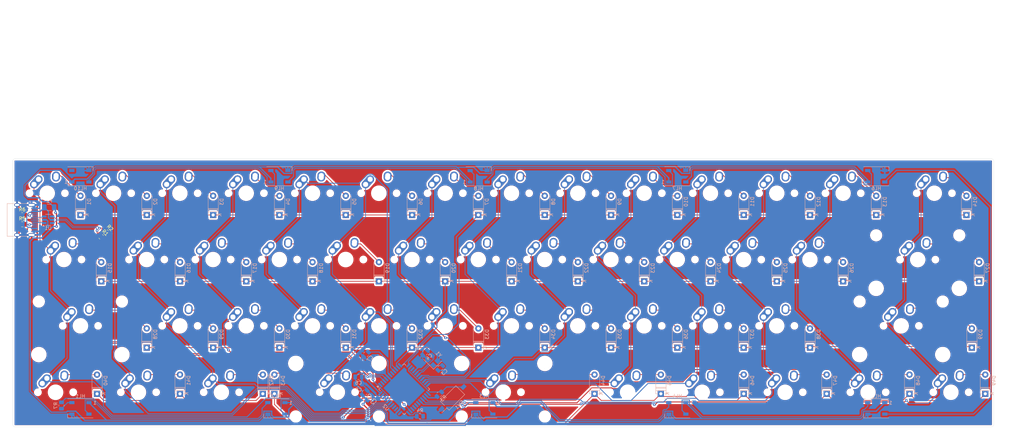
<source format=kicad_pcb>
(kicad_pcb (version 20240108) (generator "pcbnew") (generator_version "8.0")
  (layers (0 "F.Cu" signal) (31 "B.Cu" signal) (34 "B.Paste" user) (35 "F.Paste" user) (36 "B.SilkS" user "B.Silkscreen") (37 "F.SilkS" user "F.Silkscreen") (38 "B.Mask" user) (39 "F.Mask" user) (44 "Edge.Cuts" user))
  (net 0 "")
  (net 1 "GND")
  (net 2 "+5V")
  (net 3 "Net-(U2-XTAL1)")
  (net 4 "Net-(U2-XTAL2)")
  (net 5 "Net-(U2-UCAP)")
  (net 6 "ROW0")
  (net 7 "Net-(D1-A)")
  (net 8 "Net-(D2-A)")
  (net 9 "Net-(D3-A)")
  (net 10 "Net-(D4-A)")
  (net 11 "Net-(D5-A)")
  (net 12 "Net-(D6-A)")
  (net 13 "Net-(D7-A)")
  (net 14 "Net-(D8-A)")
  (net 15 "Net-(D9-A)")
  (net 16 "Net-(D10-A)")
  (net 17 "Net-(D11-A)")
  (net 18 "Net-(D12-A)")
  (net 19 "Net-(D13-A)")
  (net 20 "Net-(D14-A)")
  (net 21 "Net-(D15-A)")
  (net 22 "ROW1")
  (net 23 "Net-(D16-A)")
  (net 24 "Net-(D17-A)")
  (net 25 "Net-(D18-A)")
  (net 26 "Net-(D19-A)")
  (net 27 "Net-(D20-A)")
  (net 28 "Net-(D21-A)")
  (net 29 "Net-(D22-A)")
  (net 30 "Net-(D23-A)")
  (net 31 "Net-(D24-A)")
  (net 32 "Net-(D25-A)")
  (net 33 "Net-(D26-A)")
  (net 34 "Net-(D27-A)")
  (net 35 "ROW2")
  (net 36 "Net-(D28-A)")
  (net 37 "Net-(D29-A)")
  (net 38 "Net-(D30-A)")
  (net 39 "Net-(D31-A)")
  (net 40 "Net-(D32-A)")
  (net 41 "Net-(D33-A)")
  (net 42 "Net-(D34-A)")
  (net 43 "Net-(D35-A)")
  (net 44 "Net-(D36-A)")
  (net 45 "Net-(D37-A)")
  (net 46 "Net-(D38-A)")
  (net 47 "Net-(D39-A)")
  (net 48 "ROW3")
  (net 49 "Net-(D40-A)")
  (net 50 "Net-(D41-A)")
  (net 51 "Net-(D42-A)")
  (net 52 "Net-(D43-A)")
  (net 53 "Net-(D44-A)")
  (net 54 "Net-(D45-A)")
  (net 55 "Net-(D46-A)")
  (net 56 "Net-(D47-A)")
  (net 57 "Net-(D48-A)")
  (net 58 "Net-(D49-A)")
  (net 59 "COL12")
  (net 60 "VCC")
  (net 61 "Net-(HL1-DIN)")
  (net 62 "Net-(HL1-DOUT)")
  (net 63 "Net-(HL2-DOUT)")
  (net 64 "Net-(HL3-DOUT)")
  (net 65 "Net-(HL4-DOUT)")
  (net 66 "Net-(HL5-DOUT)")
  (net 67 "Net-(HL6-DOUT)")
  (net 68 "Net-(HL7-DOUT)")
  (net 69 "Net-(HL8-DOUT)")
  (net 70 "Net-(HL10-DIN)")
  (net 72 "Net-(J1-CC1)")
  (net 73 "Net-(J1-CC2)")
  (net 76 "D+")
  (net 77 "D-")
  (net 78 "COL5")
  (net 79 "COL0")
  (net 80 "COL1")
  (net 81 "COL2")
  (net 82 "COL3")
  (net 83 "COL4")
  (net 84 "COL6")
  (net 85 "COL7")
  (net 86 "COL8")
  (net 87 "COL9")
  (net 88 "COL10")
  (net 89 "COL11")
  (net 90 "Net-(U2-D-)")
  (net 91 "Net-(U2-D+)")
  (net 92 "Net-(U2-~{RESET})")
  (net 93 "Net-(U2-~{HWB}{slash}PE2)")
  (net 94 "HL")
  (net 103 "COL13")
  (net 104 "A+")
  (net 105 "A-")
  (footprint "MX_Alps_Hybrid:MX-1U-NoLED" (layer "F.Cu") (at 220.02 81.59)
    (property "Reference" "MX9")
    (property "Value" "MX-NoLED")
  )
  (footprint "MX_Alps_Hybrid:MX-1U-NoLED" (layer "F.Cu") (at 248.5898 100.6348)
    (property "Reference" "MX24")
    (property "Value" "MX-NoLED")
  )
  (footprint "MX_Alps_Hybrid:MX-1U-NoLED" (layer "F.Cu") (at 286.6898 100.6602)
    (property "Reference" "MX26")
    (property "Value" "MX-NoLED")
  )
  (footprint "MX_Alps_Hybrid:MX-1U-NoLED" (layer "F.Cu") (at 181.92 81.59)
    (property "Reference" "MX7")
    (property "Value" "MX-NoLED")
  )
  (footprint "MX_Alps_Hybrid:MX-1U-NoLED" (layer "F.Cu") (at 105.7148 119.6848)
    (property "Reference" "MX29")
    (property "Value" "MX-NoLED")
  )
  (footprint "MX_Alps_Hybrid:MX-1U-NoLED" (layer "F.Cu") (at 162.8648 119.6848)
    (property "Reference" "MX32")
    (property "Value" "MX-NoLED")
  )
  (footprint "MX_Alps_Hybrid:MX-1U-NoLED" (layer "F.Cu") (at 200.97 81.59)
    (property "Reference" "MX8")
    (property "Value" "MX-NoLED")
  )
  (footprint "MX_Alps_Hybrid:MX-1.5U-NoLED" (layer "F.Cu") (at 72.38302 100.6348)
    (property "Reference" "TAB1")
    (property "Value" "MX-NoLED")
  )
  (footprint "MX_Alps_Hybrid:MX-1U-NoLED" (layer "F.Cu") (at 220.004 119.6848)
    (property "Reference" "MX35")
    (property "Value" "MX-NoLED")
  )
  (footprint "MX_Alps_Hybrid:MX-1U-NoLED" (layer "F.Cu") (at 296.22 81.59)
    (property "Reference" "MX13")
    (property "Value" "MX-NoLED")
  )
  (footprint "MX_Alps_Hybrid:MX-1U-NoLED" (layer "F.Cu") (at 200.954 119.6848)
    (property "Reference" "MX34")
    (property "Value" "MX-NoLED")
  )
  (footprint "MX_Alps_Hybrid:MX-1U-NoLED" (layer "F.Cu") (at 267.6398 100.6602)
    (property "Reference" "MX25")
    (property "Value" "MX-NoLED")
  )
  (footprint "MX_Alps_Hybrid:MX-1U-NoLED" (layer "F.Cu") (at 172.3898 100.6348)
    (property "Reference" "MX20")
    (property "Value" "MX-NoLED")
  )
  (footprint "MX_Alps_Hybrid:MX-1U-NoLED" (layer "F.Cu") (at 67.62 81.59)
    (property "Reference" "MX1")
    (property "Value" "MX-NoLED")
  )
  (footprint "MX_Alps_Hybrid:MX-1U-NoLED" (layer "F.Cu") (at 239.07 81.59)
    (property "Reference" "MX10")
    (property "Value" "MX-NoLED")
  )
  (footprint "MX_Alps_Hybrid:MX-1.25U-NoLED" (layer "F.Cu") (at 93.8276 138.7602)
    (property "Reference" "MX41")
    (property "Value" "MX-NoLED")
  )
  (footprint "Resistor_SMD:R_0805_2012Metric" (layer "F.Cu") (at 83.107675 94.103195 -45)
    (property "Reference" "R1")
    (property "Value" "22")
  )
  (footprint "MX_Alps_Hybrid:MX-1U-NoLED" (layer "F.Cu") (at 181.9148 119.68215)
    (property "Reference" "MX33")
    (property "Value" "MX-NoLED")
  )
  (footprint "MX_Alps_Hybrid:MX-1U-NoLED" (layer "F.Cu") (at 124.7648 119.6848)
    (property "Reference" "MX30")
    (property "Value" "MX-NoLED")
  )
  (footprint "MX_Alps_Hybrid:MX-1.75U-NoLED" (layer "F.Cu") (at 322.415 81.59)
    (property "Reference" "MX14")
    (property "Value" "MX-NoLED")
  )
  (footprint "MX_Alps_Hybrid:MX-1U-NoLED" (layer "F.Cu") (at 277.154 119.6848)
    (property "Reference" "MX38")
    (property "Value" "MX-NoLED")
  )
  (footprint "MX_Alps_Hybrid:MX-2U-NoLED" (layer "F.Cu") (at 77.1398 119.6848)
    (property "Reference" "LSH1")
    (property "Value" "MX-NoLED")
  )
  (footprint "MX_Alps_Hybrid:MX-2.25U-ReversedStabilizers-NoLED" (layer "F.Cu") (at 150.9522 138.7348)
    (property "Reference" "LS1")
    (property "Value" "MX-NoLED")
  )
  (footprint "MX_Alps_Hybrid:MX-2.25U-NoLED" (layer "F.Cu") (at 317.6524 100.6602)
    (property "Reference" "ENTER1")
    (property "Value" "MX-NoLED")
  )
  (footprint "Resistor_SMD:R_0805_2012Metric" (layer "F.Cu") (at 60.4285 87.9094)
    (property "Reference" "R6")
    (property "Value" "5K1")
  )
  (footprint "MX_Alps_Hybrid:MX-2.75U-ReversedStabilizers-NoLED" (layer "F.Cu") (at 198.6026 138.7348)
    (property "Reference" "RS1")
    (property "Value" "MX-NoLED")
  )
  (footprint "MX_Alps_Hybrid:MX-1U-NoLED" (layer "F.Cu") (at 277.17 81.59)
    (property "Reference" "MX12")
    (property "Value" "MX-NoLED")
  )
  (footprint "MX_Alps_Hybrid:MX-1U-NoLED" (layer "F.Cu") (at 115.2398 100.6348)
    (property "Reference" "MX17")
    (property "Value" "MX-NoLED")
  )
  (footprint "MX_Alps_Hybrid:MX-1U-NoLED" (layer "F.Cu") (at 210.4898 100.6348)
    (property "Reference" "MX22")
    (property "Value" "MX-NoLED")
  )
  (footprint "MX_Alps_Hybrid:MX-1U-NoLED" (layer "F.Cu") (at 96.17964 100.6348)
    (property "Reference" "MX16")
    (property "Value" "MX-NoLED")
  )
  (footprint "MX_Alps_Hybrid:MX-1.25U-NoLED" (layer "F.Cu") (at 70.0024 138.7602)
    (property "Reference" "MX40")
    (property "Value" "MX-NoLED")
  )
  (footprint "MX_Alps_Hybrid:MX-1U-NoLED" (layer "F.Cu") (at 191.4398 100.6348)
    (property "Reference" "MX21")
    (property "Value" "MX-NoLED")
  )
  (footprint "MX_Alps_Hybrid:MX-1U-NoLED" (layer "F.Cu") (at 234.33 138.75755)
    (property "Reference" "MX45")
    (property "Value" "MX-NoLED")
  )
  (footprint "MX_Alps_Hybrid:MX-1U-NoLED" (layer "F.Cu") (at 143.8148 119.6848)
    (property "Reference" "MX31")
    (property "Value" "MX-NoLED")
  )
  (footprint "MX_Alps_Hybrid:MX-1.25U-NoLED" (layer "F.Cu") (at 279.5524 138.7602)
    (property "Reference" "MX47")
    (property "Value" "MX-NoLED")
  )
  (footprint "MX_Alps_Hybrid:MX-1U-NoLED" (layer "F.Cu") (at 258.104 119.6848)
    (property "Reference" "MX37")
    (property "Value" "MX-NoLED")
  )
  (footprint "MX_Alps_Hybrid:MX-1.25U-NoLED" (layer "F.Cu") (at 303.3776 138.7602)
    (property "Reference" "MX48")
    (property "Value" "MX-NoLED")
  )
  (footprint "MX_Alps_Hybrid:MX-2.75U-NoLED" (layer "F.Cu") (at 312.9026 119.6848)
    (property "Reference" "RSH1")
    (property "Value" "MX-NoLED")
  )
  (footprint "MX_Alps_Hybrid:MX-1.25U-NoLED" (layer "F.Cu") (at 117.6382 138.7602)
    (property "Reference" "MX42")
    (property "Value" "MX-NoLED")
  )
  (footprint "MX_Alps_Hybrid:MX-1U-NoLED" (layer "F.Cu") (at 229.5398 100.647)
    (property "Reference" "MX23")
    (property "Value" "MX-NoLED")
  )
  (footprint "MX_Alps_Hybrid:MX-1U-NoLED" (layer "F.Cu") (at 162.87 81.59)
    (property "Reference" "MX6")
    (property "Value" "MX-NoLED")
  )
  (footprint "MX_Alps_Hybrid:MX-1U-NoLED" (layer "F.Cu") (at 105.72 81.59)
    (property "Reference" "MX3")
    (property "Value" "MX-NoLED")
  )
  (footprint "MX_Alps_Hybrid:MX-1U-NoLED" (layer "F.Cu") (at 124.77 81.59)
    (property "Reference" "MX4")
    (property "Value" "MX-NoLED")
  )
  (footprint "MX_Alps_Hybrid:MX-1U-NoLED" (layer "F.Cu") (at 134.2898 100.6348)
    (property "Reference" "MX18")
    (property "Value" "MX-NoLED")
  )
  (footprint "Resistor_SMD:R_0805_2012Metric" (layer "F.Cu") (at 60.4285 90.5256)
    (property "Reference" "R5")
    (property "Value" "5K1")
  )
  (footprint "Resistor_SMD:R_0805_2012Metric" (layer "F.Cu") (at 84.490635 92.720235 -45)
    (property "Reference" "R2")
    (property "Value" "22")
  )
  (footprint "MX_Alps_Hybrid:MX-1.25U-NoLED" (layer "F.Cu") (at 327.1901 138.75258)
    (property "Reference" "MX49")
    (property "Value" "MX-NoLED")
  )
  (footprint "MX_Alps_Hybrid:MX-1U-NoLED" (layer "F.Cu") (at 239.054 119.6848)
    (property "Reference" "MX36")
    (property "Value" "MX-NoLED")
  )
  (footprint "MX_Alps_Hybrid:MX-1U-NoLED" (layer "F.Cu") (at 143.82 81.59)
    (property "Reference" "MX5")
    (property "Value" "MX-NoLED")
  )
  (footprint "MX_Alps_Hybrid:MX-1.25U-NoLED" (layer "F.Cu") (at 255.7526 138.7602)
    (property "Reference" "MX46")
    (property "Value" "MX-NoLED")
  )
  (footprint "MX_Alps_Hybrid:MX-1U-NoLED" (layer "F.Cu") (at 258.12 81.59)
    (property "Reference" "MX11")
    (property "Value" "MX-NoLED")
  )
  (footprint "MX_Alps_Hybrid:MX-1U-NoLED" (layer "F.Cu") (at 86.67 81.59)
    (property "Reference" "MX2")
    (property "Value" "MX-NoLED")
  )
  (footprint "MX_Alps_Hybrid:MX-1U-NoLED" (layer "F.Cu") (at 153.3398 100.6348)
    (property "Reference" "MX19")
    (property "Value" "MX-NoLED")
  )
  (footprint "other_keyboard_things:5,5ForKBD" (layer "B.Cu") (at 77.1652 87.8295 90)
    (property "Reference" "D1")
    (property "Value" "D_Small")
  )
  (footprint "LED_SMD:LED_WS2812B_PLCC4_5.0x5.0mm_P3.2mm" (layer "B.Cu") (at 305.7398 76.708)
    (property "Reference" "HL6")
    (property "Value" "WS2812B")
  )
  (footprint "other_keyboard_things:5,5ForKBD" (layer "B.Cu") (at 331.6478 87.8295 90)
    (property "Reference" "D14")
    (property "Value" "D_Small")
  )
  (footprint "other_keyboard_things:5,5ForKBD" (layer "B.Cu") (at 296.2148 106.8795 90)
    (property "Reference" "D26")
    (property "Value" "D_Small")
  )
  (footprint "Package_QFP:TQFP-44_10x10mm_P0.8mm" (layer "B.Cu") (at 170.1546 137.8712 -45)
    (property "Reference" "U2")
    (property "Value" "ATmega32U4-A")
  )
  (footprint "other_keyboard_things:5,5ForKBD" (layer "B.Cu") (at 267.6652 87.8295 90)
    (property "Reference" "D11")
    (property "Value" "D_Small")
  )
  (footprint "Button_Switch_SMD:SW_DIP_SPSTx01_Slide_Omron_A6S-110x_W8.9mm_P2.54mm" (layer "B.Cu") (at 184.025975 140.382825 45)
    (property "Reference" "SW1")
    (property "Value" "SW_Push")
  )
  (footprint "Package_TO_SOT_SMD:SOT-23-6" (layer "B.Cu") (at 67.8743 89.214999)
    (property "Reference" "U1")
    (property "Value" "USBLC6-2SC6")
  )
  (footprint "other_keyboard_things:5,5ForKBD" (layer "B.Cu") (at 105.7656 106.8795 90)
    (property "Reference" "D16")
    (property "Value" "D_Small")
  )
  (footprint "other_keyboard_things:5,5ForKBD" (layer "B.Cu") (at 286.7152 125.9295 90)
    (property "Reference" "D38")
    (property "Value" "D_Small")
  )
  (footprint "other_keyboard_things:5,5ForKBD" (layer "B.Cu") (at 267.6652 139.1883 90)
    (property "Reference" "D46")
    (property "Value" "D_Small")
  )
  (footprint "LED_SMD:LED_WS2812B_PLCC4_5.0x5.0mm_P3.2mm" (layer "B.Cu") (at 77.1398 76.708)
    (property "Reference" "HL10")
    (property "Value" "WS2812B")
  )
  (footprint "other_keyboard_things:5,5ForKBD" (layer "B.Cu") (at 286.7152 87.8295 90)
    (property "Reference" "D12")
    (property "Value" "D_Small")
  )
  (footprint "LED_SMD:LED_WS2812B_PLCC4_5.0x5.0mm_P3.2mm" (layer "B.Cu") (at 134.2898 76.708)
    (property "Reference" "HL9")
    (property "Value" "WS2812B")
  )
  (footprint "other_keyboard_things:5,5ForKBD" (layer "B.Cu") (at 172.3898 125.9295 90)
    (property "Reference" "D32")
    (property "Value" "D_Small")
  )
  (footprint "LED_SMD:LED_WS2812B_PLCC4_5.0x5.0mm_P3.2mm" (layer "B.Cu") (at 305.7398 143.383 180)
    (property "Reference" "HL5")
    (property "Value" "WS2812B")
  )
  (footprint "other_keyboard_things:5,5ForKBD" (layer "B.Cu") (at 81.915 139.2056 90)
    (property "Reference" "D40")
    (property "Value" "D_Small")
  )
  (footprint "other_keyboard_things:5,5ForKBD" (layer "B.Cu") (at 258.1402 106.8795 90)
    (property "Reference" "D24")
    (property "Value" "D_Small")
  )
  (footprint "Connector_USB:USB_C_Receptacle_HRO_TYPE-C-31-M-12" (layer "B.Cu") (at 59.9948 89.2556 90)
    (property "Reference" "J1")
    (property "Value" "USB_C_Receptacle_USB2.0_16P")
  )
  (footprint "other_keyboard_things:5,5ForKBD" (layer "B.Cu") (at 105.7402 139.1883 90)
    (property "Reference" "D41")
    (property "Value" "D_Small")
  )
  (footprint "other_keyboard_things:5,5ForKBD" (layer "B.Cu") (at 134.3152 87.8295 90)
    (property "Reference" "D4")
    (property "Value" "D_Small")
  )
  (footprint "LED_SMD:LED_WS2812B_PLCC4_5.0x5.0mm_P3.2mm" (layer "B.Cu") (at 248.5898 143.383 180)
    (property "Reference" "HL4")
    (property "Value" "WS2812B")
  )
  (footprint "Capacitor_SMD:C_0805_2012Metric" (layer "B.Cu") (at 157.012601 136.3472)
    (property "Reference" "C5")
    (property "Value" "0.1uF")
  )
  (footprint "other_keyboard_things:5,5ForKBD" (layer "B.Cu") (at 115.2652 125.9295 90)
    (property "Reference" "D29")
    (property "Value" "D_Small")
  )
  (footprint "other_keyboard_things:5,5ForKBD" (layer "B.Cu") (at 210.5152 125.9295 90)
    (property "Reference" "D34")
    (property "Value" "D_Small")
  )
  (footprint "other_keyboard_things:5,5ForKBD" (layer "B.Cu") (at 162.8902 106.8795 90)
    (property "Reference" "D19")
    (property "Value" "D_Small")
  )
  (footprint "other_keyboard_things:5,5ForKBD" (layer "B.Cu") (at 243.8654 139.1883 90)
    (property "Reference" "D45")
    (property "Value" "D_Small")
  )
  (footprint "other_keyboard_things:5,5ForKBD" (layer "B.Cu") (at 96.1898 125.9295 90)
    (property "Reference" "D28")
    (property "Value" "D_Small")
  )
  (footprint "other_keyboard_things:5,5ForKBD" (layer "B.Cu") (at 191.4398 87.8295 90)
    (property "Reference" "D7")
    (property "Value" "D_Small")
  )
  (footprint "other_keyboard_things:5,5ForKBD" (layer "B.Cu") (at 115.2652 87.8295 90)
    (property "Reference" "D3")
    (property "Value" "D_Small")
  )
  (footprint "Capacitor_SMD:C_0805_2012Metric" (layer "B.Cu") (at 159.170449 127.874951 45)
    (property "Reference" "C7")
    (property "Value" "1uF")
  )
  (footprint "Fuse:Fuse_1206_3216Metric" (layer "B.Cu") (at 68.196 85.6488 180)
    (property "Reference" "F2")
    (property "Value" "500mA")
  )
  (footprint "other_keyboard_things:5,5ForKBD" (layer "B.Cu") (at 305.7398 87.8295 90)
    (property "Reference" "D13")
    (property "Value" "D_Small")
  )
  (footprint "other_keyboard_things:5,5ForKBD" (layer "B.Cu") (at 315.2902 139.1883 90)
    (property "Reference" "D48")
    (property "Value" "D_Small")
  )
  (footprint "other_keyboard_things:5,5ForKBD" (layer "B.Cu") (at 96.2152 87.8295 90)
    (property "Reference" "D2")
    (property "Value" "D_Small")
  )
  (footprint "Capacitor_SMD:C_0805_2012Metric" (layer "B.Cu") (at 158.789449 138.873151 45)
    (property "Reference" "C1")
    (property "Value" "0.1uF")
  )
  (footprint "Capacitor_SMD:C_0805_2012Metric" (layer "B.Cu") (at 160.211849 140.295551 45)
    (property "Reference" "C2")
    (property "Value" "0.1uF")
  )
  (footprint "LED_SMD:LED_WS2812B_PLCC4_5.0x5.0mm_P3.2mm" (layer "B.Cu") (at 193.167 143.383 180)
    (property "Reference" "HL3")
    (property "Value" "WS2812B")
  )
  (footprint "other_keyboard_things:5,5ForKBD" (layer "B.Cu") (at 220.0402 106.8795 90)
    (property "Reference" "D22")
    (property "Value" "D_Small")
  )
  (footprint "other_keyboard_things:5,5ForKBD" (layer "B.Cu") (at 181.9148 106.8795 90)
    (property "Reference" "D20")
    (property "Value" "D_Small")
  )
  (footprint "Capacitor_SMD:C_0805_2012Metric" (layer "B.Cu") (at 180.520014 131.774716 45)
    (property "Reference" "C3")
    (property "Value" "22pF")
  )
  (footprint "other_keyboard_things:5,5ForKBD" (layer "B.Cu") (at 333.1972 125.9295 90)
    (property "Reference" "D39")
    (property "Value" "D_Small")
  )
  (footprint "other_keyboard_things:5,5ForKBD" (layer "B.Cu") (at 277.1902 106.8795 90)
    (property "Reference" "D25")
    (property "Value" "D_Small")
  )
  (footprint "Resistor_SMD:R_0805_2012Metric" (layer "B.Cu") (at 180.248635 139.334165 45)
    (property "Reference" "R3")
    (property "Value" "10k")
  )
  (footprint "other_keyboard_things:5,5ForKBD" (layer "B.Cu") (at 200.9902 106.8795 90)
    (property "Reference" "D21")
    (property "Value" "D_Small")
  )
  (footprint "Capacitor_SMD:C_0805_2012Metric" (layer "B.Cu") (at 157.012601 134.366)
    (property "Reference" "C6")
    (property "Value" "10uF")
  )
  (footprint "other_keyboard_things:5,5ForKBD" (layer "B.Cu") (at 248.6152 125.9295 90)
    (property "Reference" "D36")
    (property "Value" "D_Small")
  )
  (footprint "LED_SMD:LED_WS2812B_PLCC4_5.0x5.0mm_P3.2mm" (layer "B.Cu") (at 133.4146 143.383 180)
    (property "Reference" "HL2")
    (property "Value" "WS2812B")
  )
  (footprint "other_keyboard_things:5,5ForKBD" (layer "B.Cu") (at 229.5652 87.8295 90)
    (property "Reference" "D9")
    (property "Value" "D_Small")
  )
  (footprint "other_keyboard_things:5,5ForKBD" (layer "B.Cu") (at 210.5152 87.8295 90)
    (property "Reference" "D8")
    (property "Value" "D_Small")
  )
  (footprint "other_keyboard_things:5,5ForKBD" (layer "B.Cu") (at 172.4152 87.8295 90)
    (property "Reference" "D6")
    (property "Value" "D_Small")
  )
  (footprint "Resistor_SMD:R_0805_2012Metric" (layer "B.Cu") (at 71.7042 142.5702 -90)
    (property "Reference" "R7")
    (property "Value" "500")
  )
  (footprint "other_keyboard_things:5,5ForKBD" (layer "B.Cu") (at 134.3152 125.9295 90)
    (property "Reference" "D30")
    (property "Value" "D_Small")
  )
  (footprint "other_keyboard_things:5,5ForKBD" (layer "B.Cu") (at 191.4652 125.9295 90)
    (property "Reference" "D33")
    (property "Value" "D_Small")
  )
  (footprint "other_keyboard_things:5,5ForKBD" (layer "B.Cu") (at 153.3652 125.9295 90)
    (property "Reference" "D31")
    (property "Value" "D_Small")
  )
  (footprint "other_keyboard_things:5,5ForKBD" (layer "B.Cu") (at 132.8674 139.1883 90)
    (property "Reference" "D43")
    (property "Value" "D_Small")
  )
  (footprint "other_keyboard_things:5,5ForKBD" (layer "B.Cu") (at 229.5652 125.9295 90)
    (property "Reference" "D35")
    (property "Value" "D_Small")
  )
  (footprint "LED_SMD:LED_WS2812B_PLCC4_5.0x5.0mm_P3.2mm" (layer "B.Cu") (at 191.5414 76.7334)
    (property "Reference" "HL8")
    (property "Value" "WS2812B")
  )
  (footprint "other_keyboard_things:5,5ForKBD" (layer "B.Cu") (at 153.3652 87.8295 90)
    (property "Reference" "D5")
    (property "Value" "D_Small")
  )
  (footprint "other_keyboard_things:5,5ForKBD" (layer "B.Cu") (at 291.4904 139.1883 90)
    (property "Reference" "D47")
    (property "Value" "D_Small")
  )
  (footprint "other_keyboard_things:5,5ForKBD" (layer "B.Cu") (at 239.0902 106.8795 90)
    (property "Reference" "D23")
    (property "Value" "D_Small")
  )
  (footprint "other_keyboard_things:5,5ForKBD" (layer "B.Cu") (at 335.28 106.8795 90)
    (property "Reference" "D27")
    (property "Value" "D_Small")
  )
  (footprint "other_keyboard_things:5,5ForKBD" (layer "B.Cu") (at 129.54 139.1883 90)
    (property "Reference" "D42")
    (property "Value" "D_Small")
  )
  (footprint "other_keyboard_things:5,5ForKBD" (layer "B.Cu") (at 143.8148 106.8795 90)
    (property "Reference" "D18")
    (property "Value" "D_Small")
  )
  (footprint "Resistor_SMD:R_0805_2012Metric" (layer "B.Cu") (at 174.6758 145.669 180)
    (property "Reference" "R4")
    (property "Value" "10k")
  )
  (footprint "Capacitor_SMD:C_0805_2012Metric" (layer "B.Cu") (at 176.137649 127.392351 45)
    (property "Reference" "C4")
    (property "Value" "22pF")
  )
  (footprint "Crystal:Crystal_SMD_3225-4Pin_3.2x2.5mm" (layer "B.Cu") (at 178.325721 129.575613 135)
    (property "Reference" "Y1")
    (property "Value" "16MHz")
  )
  (footprint "LED_SMD:LED_WS2812B_PLCC4_5.0x5.0mm_P3.2mm" (layer "B.Cu") (at 248.5898 76.708)
    (property "Reference" "HL7")
    (property "Value" "WS2812B")
  )
  (footprint "other_keyboard_things:5,5ForKBD" (layer "B.Cu") (at 267.6398 125.9295 90)
    (property "Reference" "D37")
    (property "Value" "D_Small")
  )
  (footprint "other_keyboard_things:5,5ForKBD" (layer "B.Cu") (at 83.1342 106.8795 90)
    (property "Reference" "D15")
    (property "Value" "D_Small")
  )
  (footprint "other_keyboard_things:5,5ForKBD" (layer "B.Cu") (at 224.8154 139.1883 90)
    (property "Reference" "D44")
    (property "Value" "D_Small")
  )
  (footprint "other_keyboard_things:5,5ForKBD" (layer "B.Cu") (at 337.058 139.1883 90)
    (property "Reference" "D49")
    (property "Value" "D_Small")
  )
  (footprint "other_keyboard_things:5,5ForKBD" (layer "B.Cu") (at 248.6152 87.8295 90)
    (property "Reference" "D10")
    (property "Value" "D_Small")
  )
  (footprint "LED_SMD:LED_WS2812B_PLCC4_5.0x5.0mm_P3.2mm" (layer "B.Cu") (at 77.1398 143.383 180)
    (property "Reference" "HL1")
    (property "Value" "WS2812B")
  )
  (footprint "other_keyboard_things:5,5ForKBD" (layer "B.Cu") (at 124.7902 106.8795 90)
    (property "Reference" "D17")
    (property "Value" "D_Small")
  )
  (gr_line (start 338.818787 71.696013) (end 58.361013 71.696013) (stroke (width 0.05)) (layer "Edge.Cuts"))
  (gr_line (start 57.726013 148.0566) (end 57.726013 72.331013) (stroke (width 0.05)) (layer "Edge.Cuts"))
  (gr_line (start 58.361013 148.6916) (end 338.818787 148.6916) (stroke (width 0.05)) (layer "Edge.Cuts"))
  (gr_arc (start 57.726013 72.331013) (mid 57.912 71.882) (end 58.361013 71.696013) (stroke (width 0.05)) (layer "Edge.Cuts"))
  (gr_arc (start 58.361013 148.6916) (mid 57.912 148.505613) (end 57.726013 148.0566) (stroke (width 0.05)) (layer "Edge.Cuts"))
  (gr_line (start 339.453787 72.331013) (end 339.453787 148.0566) (stroke (width 0.05)) (layer "Edge.Cuts"))
  (gr_arc (start 338.818787 71.696013) (mid 339.2678 71.882) (end 339.453787 72.331013) (stroke (width 0.05)) (layer "Edge.Cuts"))
  (gr_arc (start 339.453787 148.0566) (mid 339.2678 148.505613) (end 338.818787 148.6916) (stroke (width 0.05)) (layer "Edge.Cuts"))
  (segment (start 161.0868 143.0274) (end 160.528 143.5862) (width 0.3556) (layer "F.Cu") (net 1))
  (segment (start 160.528 143.5862) (end 160.528 146.9136) (width 0.3556) (layer "F.Cu") (net 1))
  (segment (start 59.516 85.5068) (end 58.9448 84.9356) (width 0.3556) (layer "F.Cu") (net 1))
  (segment (start 59.516 93.0044) (end 58.9448 93.5756) (width 0.3556) (layer "F.Cu") (net 1))
  (segment (start 59.516 90.5256) (end 59.516 93.0044) (width 0.3556) (layer "F.Cu") (net 1))
  (segment (start 59.516 90.5256) (end 59.516 87.9094) (width 0.3556) (layer "F.Cu") (net 1))
  (segment (start 59.516 87.9094) (end 59.516 85.5068) (width 0.3556) (layer "F.Cu") (net 1))
  (segment (start 161.0868 141.17) (end 161.0868 143.0274) (width 0.3556) (layer "F.Cu") (net 1))
  (via (at 161.0868 141.17) (size 0.762) (drill 0.3) (layers "F.Cu" "B.Cu") (net 1))
  (via (at 160.528 146.9136) (size 0.762) (drill 0.3) (layers "F.Cu" "B.Cu") (net 1))
  (segment (start 190.717 145.033) (end 190.717 145.2134) (width 0.3556) (layer "B.Cu") (net 1))
  (segment (start 179.848263 132.446467) (end 181.407859 132.446467) (width 0.3556) (layer "B.Cu") (net 1))
  (segment (start 251.0398 75.058) (end 252.6156 73.4822) (width 0.3556) (layer "B.Cu") (net 1))
  (segment (start 62.1824 138.660138) (end 68.555262 145.033) (width 0.3556) (layer "B.Cu") (net 1))
  (segment (start 176.307452 146.72) (end 174.8143 146.72) (width 0.254) (layer "B.Cu") (net 1))
  (segment (start 63.1248 84.9356) (end 63.1248 85.0906) (width 0.3556) (layer "B.Cu") (net 1))
  (segment (start 187.696 148.2344) (end 161.8488 148.2344) (width 0.3556) (layer "B.Cu") (net 1))
  (segment (start 176.314652 146.7128) (end 176.307452 146.72) (width 0.254) (layer "B.Cu") (net 1))
  (segment (start 168.460152 145.83272) (end 167.8178 145.190368) (width 0.3556) (layer "B.Cu") (net 1))
  (segment (start 168.923732 137.771703) (end 168.923732 143.627551) (width 0.3556) (layer "B.Cu") (net 1))
  (segment (start 175.465898 128.064102) (end 175.465898 130.29716) (width 0.3556) (layer "B.Cu") (net 1))
  (segment (start 177.696 146.7128) (end 176.314652 146.7128) (width 0.254) (layer "B.Cu") (net 1))
  (segment (start 175.465898 130.29716) (end 173.053738 132.70932) (width 0.3556) (layer "B.Cu") (net 1))
  (segment (start 175.465898 126.473651) (end 176.364299 125.57525) (width 0.3556) (layer "B.Cu") (net 1))
  (segment (start 303.2898 145.033) (end 301.46 146.8628) (width 0.3556) (layer "B.Cu") (net 1))
  (segment (start 176.364299 125.57525) (end 176.910257 125.57525) (width 0.3556) (layer "B.Cu") (net 1))
  (segment (start 63.1248 93.5756) (end 63.2186 93.5756) (width 0.3556) (layer "B.Cu") (net 1))
  (segment (start 161.0868 141.17) (end 161.0868 139.827) (width 0.3556) (layer "B.Cu") (net 1))
  (segment (start 175.465898 128.064102) (end 175.612129 128.064102) (width 0.3556) (layer "B.Cu") (net 1))
  (segment (start 138.4172 73.3806) (end 192.2886 73.3806) (width 0.3556) (layer "B.Cu") (net 1))
  (segment (start 193.9914 75.0834) (end 195.745 73.3298) (width 0.3556) (layer "B.Cu") (net 1))
  (segment (start 168.923732 143.627551) (end 168.386833 144.16445) (width 0.3556) (layer "B.Cu") (net 1))
  (segment (start 167.8178 145.190368) (end 167.8178 144.733483) (width 0.3556) (layer "B.Cu") (net 1))
  (segment (start 181.082588 129.75239) (end 179.704579 129.75239) (width 0.3556) (layer "B.Cu") (net 1))
  (segment (start 163.324451 140.175866) (end 163.86135 139.638967) (width 0.3556) (layer "B.Cu") (net 1))
  (segment (start 175.612129 128.064102) (end 176.946863 129.398836) (width 0.3556) (layer "B.Cu") (net 1))
  (segment (start 78.7506 74.2188) (end 79.5898 75.058) (width 0.3556) (layer "B.Cu") (net 1))
  (segment (start 162.803298 140.175866) (end 163.324451 140.175866) (width 0.3556) (layer "B.Cu") (net 1))
  (segment (start 159.4612 137.8458) (end 157.9626 136.3472) (width 0.3556) (layer "B.Cu") (net 1))
  (segment (start 66.7368 89.214999) (end 67.399299 89.214999) (width 0.3556) (layer "B.Cu") (net 1))
  (segment (start 159.798076 146.8374) (end 158.963876 147.6716) (width 0.3556) (layer "B.Cu") (net 1))
  (segment (start 161.8488 148.2344) (end 160.528 146.9136) (width 0.3556) (layer "B.Cu") (net 1))
  (segment (start 160.8836 139.6238) (end 159.4612 138.2014) (width 0.3556) (layer "B.Cu") (net 1))
  (segment (start 158.498698 129.513099) (end 162.347736 133.362137) (width 0.3556) (layer "B.Cu") (net 1))
  (segment (start 63.1248 93.5756) (end 62.1824 94.518) (width 0.3556) (layer "B.Cu") (net 1))
  (segment (start 180.87935 143.52945) (end 177.696 146.7128) (width 0.254) (layer "B.Cu") (net 1))
  (segment (start 306.614 73.4822) (end 308.1898 75.058) (width 0.3556) (layer "B.Cu") (net 1))
  (segment (start 165.558406 134.406377) (end 168.923732 137.771703) (width 0.3556) (layer "B.Cu") (net 1))
  (segment (start 65.8126 92.5056) (end 64.0398 92.5056) (width 0.3556) (layer "B.Cu") (net 1))
  (segment (start 193.3556 147.6716) (end 190.717 145.033) (width 0.3556) (layer "B.Cu") (net 1))
  (segment (start 157.9626 134.366) (end 157.9626 136.3472) (width 0.3556) (layer "B.Cu") (net 1))
  (segment (start 247.9696 146.8628) (end 246.1398 145.033) (width 0.3556) (layer "B.Cu") (net 1))
  (segment (start 175.465898 128.064102) (end 175.465898 126.473651) (width 0.3556) (layer "B.Cu") (net 1))
  (segment (start 68.555262 145.033) (end 74.6898 145.033) (width 0.3556) (layer "B.Cu") (net 1))
  (segment (start 192.2886 73.3806) (end 193.9914 75.0834) (width 0.3556) (layer "B.Cu") (net 1))
  (segment (start 136.7398 75.058) (end 138.4172 73.3806) (width 0.3556) (layer "B.Cu") (net 1))
  (segment (start 301.46 146.8628) (end 247.9696 146.8628) (width 0.3556) (layer "B.Cu") (net 1))
  (segment (start 67.7771 89.5928) (end 67.7771 90.5411) (width 0.3556) (layer "B.Cu") (net 1))
  (segment (start 130.9646 145.033) (end 128.6522 147.3454) (width 0.3556) (layer "B.Cu") (net 1))
  (segment (start 60.6584 79.140581) (end 65.580181 74.2188) (width 0.3556) (layer "B.Cu") (net 1))
  (segment (start 182.3466 131.016402) (end 181.082588 129.75239) (width 0.3556) (layer "B.Cu") (net 1))
  (segment (start 179.704579 128.369572) (end 179.704579 129.75239) (width 0.3556) (layer "B.Cu") (net 1))
  (segment (start 161.0868 139.827) (end 160.8836 139.6238) (width 0.3556) (layer "B.Cu") (net 1))
  (segment (start 158.963876 147.6716) (end 133.6032 147.6716) (width 0.3556) (layer "B.Cu") (net 1))
  (segment (start 157.9626 134.366) (end 157.9626 135.335168) (width 0.3556) (layer "B.Cu") (net 1))
  (segment (start 159.4612 138.2014) (end 159.4612 137.8458) (width 0.3556) (layer "B.Cu") (net 1))
  (segment (start 63.1248 84.9356) (end 58.9448 84.9356) (width 0.3556) (layer "B.Cu") (net 1))
  (segment (start 62.1824 94.518) (end 62.1824 138.660138) (width 0.3556) (layer "B.Cu") (net 1))
  (segment (start 81.1656 73.4822) (end 135.164 73.4822) (width 0.3556) (layer "B.Cu") (net 1))
  (segment (start 177.642 139.701746) (end 177.013536 139.073282) (width 0.3556) (layer "B.Cu") (net 1))
  (segment (start 60.6584 82.4692) (end 60.6584 79.140581) (width 0.3556) (layer "B.Cu") (net 1))
  (segment (start 173.7633 145.669) (end 173.59958 145.83272) (width 0.3556) (layer "B.Cu") (net 1))
  (segment (start 181.407859 132.446467) (end 182.3466 131.507726) (width 0.3556) (layer "B.Cu") (net 1))
  (segment (start 176.910257 125.57525) (end 179.704579 128.369572) (width 0.3556) (layer "B.Cu") (net 1))
  (segment (start 63.1248 84.9356) (end 60.6584 82.4692) (width 0.3556) (layer "B.Cu") (net 1))
  (segment (start 63.1248 93.5756) (end 58.9448 93.5756) (width 0.3556) (layer "B.Cu") (net 1))
  (segment (start 246.1398 145.033) (end 243.5012 147.6716) (width 0.3556) (layer "B.Cu") (net 1))
  (segment (start 173.59958 145.83272) (end 168.460152 145.83272) (width 0.3556) (layer "B.Cu") (net 1))
  (segment (start 182.3466 131.507726) (end 182.3466 131.016402) (width 0.3556) (layer "B.Cu") (net 1))
  (segment (start 67.399299 89.214999) (end 67.7771 89.5928) (width 0.3556) (layer "B.Cu") (net 1))
  (segment (start 162.347736 133.362137) (end 164.514166 133.362137) (width 0.3556) (layer "B.Cu") (net 1))
  (segment (start 160.4518 146.8374) (end 159.798076 146.8374) (width 0.3556) (layer "B.Cu") (net 1))
  (segment (start 252.6156 73.4822) (end 306.614 73.4822) (width 0.3556) (layer "B.Cu") (net 1))
  (segment (start 133.6032 147.6716) (end 130.9646 145.033) (width 0.3556) (layer "B.Cu") (net 1))
  (segment (start 128.6522 147.3454) (end 77.0022 147.3454) (width 0.3556) (layer "B.Cu") (net 1))
  (segment (start 63.2186 93.5756) (end 64.0398 92.7544) (width 0.3556) (layer "B.Cu") (net 1))
  (segment (start 135.164 73.4822) (end 136.7398 75.058) (width 0.3556) (layer "B.Cu") (net 1))
  (segment (start 190.717 145.2134) (end 187.696 148.2344) (width 0.3556) (layer "B.Cu") (net 1))
  (segment (start 243.5012 147.6716) (end 193.3556 147.6716) (width 0.3556) (layer "B.Cu") (net 1))
  (segment (start 195.745 73.3298) (end 249.3116 73.3298) (width 0.3556) (layer "B.Cu") (net 1))
  (segment (start 167.8178 144.733483) (end 168.386833 144.16445) (width 0.3556) (layer "B.Cu") (net 1))
  (segment (start 65.580181 74.2188) (end 78.7506 74.2188) (width 0.3556) (layer "B.Cu") (net 1))
  (segment (start 79.5898 75.058) (end 81.1656 73.4822) (width 0.3556) (layer "B.Cu") (net 1))
  (segment (start 63.1248 85.0906) (end 64.0398 86.0056) (width 0.3556) (layer "B.Cu") (net 1))
  (segment (start 160.528 146.9136) (end 160.4518 146.8374) (width 0.3556) (layer "B.Cu") (net 1))
  (segment (start 64.0398 92.7544) (end 64.0398 92.5056) (width 0.3556) (layer "B.Cu") (net 1))
  (segment (start 174.8143 146.72) (end 173.7633 145.669) (width 0.254) (layer "B.Cu") (net 1))
  (segment (start 67.7771 90.5411) (end 65.8126 92.5056) (width 0.3556) (layer "B.Cu") (net 1))
  (segment (start 164.514166 133.362137) (end 165.558406 134.406377) (width 0.3556) (layer "B.Cu") (net 1))
  (segment (start 158.498698 128.546702) (end 158.498698 129.513099) (width 0.3556) (layer "B.Cu") (net 1))
  (segment (start 249.3116 73.3298) (end 251.0398 75.058) (width 0.3556) (layer "B.Cu") (net 1))
  (segment (start 77.0022 147.3454) (end 74.6898 145.033) (width 0.3556) (layer "B.Cu") (net 1))
  (segment (start 157.9626 135.335168) (end 162.803298 140.175866) (width 0.3556) (layer "B.Cu") (net 1))
  (segment (start 158.3182 142.1892) (end 159.7406 143.6116) (width 0.3556) (layer "F.Cu") (net 2))
  (segment (start 70.2818 87.4268) (end 70.0024 87.1474) (width 0.3556) (layer "F.Cu") (net 2))
  (segment (start 159.7406 143.6116) (end 159.7406 146.05) (width 0.3556) (layer "F.Cu") (net 2))
  (segment (start 70.2818 91.1352) (end 70.2818 87.4268) (width 0.3556) (layer "F.Cu") (net 2))
  (via (at 70.0024 87.1474) (size 0.762) (drill 0.3) (layers "F.Cu" "B.Cu") (net 2))
  (via (at 158.3182 142.1892) (size 0.762) (drill 0.3) (layers "F.Cu" "B.Cu") (net 2))
  (via (at 70.2818 91.1352) (size 0.762) (drill 0.3) (layers "F.Cu" "B.Cu") (net 2))
  (via (at 159.7406 146.05) (size 0.762) (drill 0.3) (layers "F.Cu" "B.Cu") (net 2))
  (segment (start 138.349631 142.294969) (end 137.787662 141.733) (width 0.3556) (layer "B.Cu") (net 2))
  (segment (start 176.7118 147.6716) (end 187.473062 147.6716) (width 0.3556) (layer "B.Cu") (net 2))
  (segment (start 158.3182 142.1892) (end 159.540098 140.967302) (width 0.3556) (layer "B.Cu") (net 2))
  (segment (start 129.0034 74.4696) (end 131.8398 77.306) (width 0.3556) (layer "B.Cu") (net 2))
  (segment (start 195.1192 74.741338) (end 195.946538 73.914) (width 0.3556) (layer "B.Cu") (net 2))
  (segment (start 209.314062 141.733) (end 203.7842 141.733) (width 0.3556) (layer "B.Cu") (net 2))
  (segment (start 191.8448 145.375062) (end 192.915469 146.445731) (width 0.3556) (layer "B.Cu") (net 2))
  (segment (start 131.8398 77.306) (end 131.8398 78.358) (width 0.3556) (layer "B.Cu") (net 2))
  (segment (start 133.764 74.0378) (end 128.397 74.0378) (width 0.3556) (layer "B.Cu") (net 2))
  (segment (start 159.799738 146.05) (end 162.081738 143.768) (width 0.3556) (layer "B.Cu") (net 2))
  (segment (start 189.5892 145.555462) (end 189.5892 144.2052) (width 0.3556) (layer "B.Cu") (net 2))
  (segment (start 189.0914 77.9156) (end 189.0914 78.3834) (width 0.3556) (layer "B.Cu") (net 2))
  (segment (start 128.397 74.0378) (end 128.5716 74.0378) (width 0.3556) (layer "B.Cu") (net 2))
  (segment (start 69.3166 91.1352) (end 70.2818 91.1352) (width 0.3556) (layer "B.Cu") (net 2))
  (segment (start 65.1542 82.8928) (end 66.2731 84.0117) (width 0.3556) (layer "B.Cu") (net 2))
  (segment (start 165.6366 147.6788) (end 176.7046 147.6788) (width 0.3556) (layer "B.Cu") (net 2))
  (segment (start 158.47957 133.2632) (end 158.888924 133.672554) (width 0.3556) (layer "B.Cu") (net 2))
  (segment (start 163.698662 143.768) (end 164.842 144.911338) (width 0.3556) (layer "B.Cu") (net 2))
  (segment (start 302.0822 144.285) (end 302.0822 145.454862) (width 0.3556) (layer "B.Cu") (net 2))
  (segment (start 80.7176 74.715938) (end 81.395738 74.0378) (width 0.3556) (layer "B.Cu") (net 2))
  (segment (start 67.9589 84.0117) (end 69.596 85.6488) (width 0.3556) (layer "B.Cu") (net 2))
  (segment (start 129.8368 145.375062) (end 128.422062 146.7898) (width 0.3556) (layer "B.Cu") (net 2))
  (segment (start 192.915469 146.445731) (end 193.5004 145.8608) (width 0.3556) (layer "B.Cu") (net 2))
  (segment (start 246.1398 77.2044) (end 246.1398 78.358) (width 0.3556) (layer "B.Cu") (net 2))
  (segment (start 132.0924 145.375062) (end 132.0924 144.2052) (width 0.3556) (layer "B.Cu") (net 2))
  (segment (start 158.888924 134.666542) (end 163.295664 139.073282) (width 0.3556) (layer "B.Cu") (net 2))
  (segment (start 159.7406 146.05) (end 159.799738 146.05) (width 0.3556) (layer "B.Cu") (net 2))
  (segment (start 302.162 144.2052) (end 302.0822 144.285) (width 0.3556) (layer "B.Cu") (net 2))
  (segment (start 128.422062 146.7898) (end 84.6466 146.7898) (width 0.3556) (layer "B.Cu") (net 2))
  (segment (start 73.3966 144.2052) (end 75.8176 144.2052) (width 0.3556) (layer "B.Cu") (net 2))
  (segment (start 61.214 82.106437) (end 61.214 79.370719) (width 0.3556) (layer "B.Cu") (net 2))
  (segment (start 190.0808 74.1172) (end 191.8748 75.9112) (width 0.3556) (layer "B.Cu") (net 2))
  (segment (start 255.614 146.3072) (end 248.199738 146.3072) (width 0.3556) (layer "B.Cu") (net 2))
  (segment (start 75.5176 77.5302) (end 79.0732 77.5302) (width 0.3556) (layer "B.Cu") (net 2))
  (segment (start 159.7406 146.109138) (end 158.733738 147.116) (width 0.3556) (layer "B.Cu") (net 2))
  (segment (start 81.395738 74.0378) (end 128.397 74.0378) (width 0.3556) (layer "B.Cu") (net 2))
  (segment (start 301.229862 146.3072) (end 255.614 146.3072) (width 0.3556) (layer "B.Cu") (net 2))
  (segment (start 191.8448 144.2052) (end 191.8448 145.375062) (width 0.3556) (layer "B.Cu") (net 2))
  (segment (start 255.614 146.3072) (end 251.0398 141.733) (width 0.3556) (layer "B.Cu") (net 2))
  (segment (start 189.5892 144.2052) (end 191.8448 144.2052) (width 0.3556) (layer "B.Cu") (net 2))
  (segment (start 179.6034 139.9794) (end 179.241008 140.341792) (width 0.3556) (layer "B.Cu") (net 2))
  (segment (start 245.012 145.375062) (end 243.271062 147.116) (width 0.3556) (layer "B.Cu") (net 2))
  (segment (start 137.8676 74.715938) (end 137.8676 75.8858) (width 0.3556) (layer "B.Cu") (net 2))
  (segment (start 248.199738 146.3072) (end 247.2676 145.375062) (width 0.3556) (layer "B.Cu") (net 2))
  (segment (start 179.241008 140.341792) (end 177.150675 140.341792) (width 0.3556) (layer "B.Cu") (net 2))
  (segment (start 65.9984 94.4534) (end 69.3166 91.1352) (width 0.3556) (layer "B.Cu") (net 2))
  (segment (start 185.112 73.9362) (end 138.647338 73.9362) (width 0.3556) (layer "B.Cu") (net 2))
  (segment (start 74.6898 78.358) (end 75.5176 77.5302) (width 0.3556) (layer "B.Cu") (net 2))
  (segment (start 303.2898 77.7886) (end 303.2898 78.358) (width 0.3556) (layer "B.Cu") (net 2))
  (segment (start 247.2676 145.375062) (end 247.2676 144.2052) (width 0.3556) (layer "B.Cu") (net 2))
  (segment (start 63.6362 94.4534) (end 62.738 95.3516) (width 0.3556) (layer "B.Cu") (net 2))
  (segment (start 159.7406 146.05) (end 159.7406 146.109138) (width 0.3556) (layer "B.Cu") (net 2))
  (segment (start 156.062602 134.366) (end 157.165402 133.2632) (width 0.3556) (layer "B.Cu") (net 2))
  (segment (start 247.2676 144.2052) (end 245.012 144.2052) (width 0.3556) (layer "B.Cu") (net 2))
  (segment (start 84.6466 146.7898) (end 79.5898 141.733) (width 0.3556) (layer "B.Cu") (net 2))
  (segment (start 159.540098 140.967302) (end 158.117698 139.544902) (width 0.3556) (layer "B.Cu") (net 2))
  (segment (start 65.9984 94.4534) (end 63.6362 94.4534) (width 0.3556) (layer "B.Cu") (net 2))
  (segment (start 62.738 95.3516) (end 62.738 138.43) (width 0.3556) (layer "B.Cu") (net 2))
  (segment (start 191.8748 75.9112) (end 195.1192 75.9112) (width 0.3556) (layer "B.Cu") (net 2))
  (segment (start 164.842 146.8842) (end 165.6366 147.6788) (width 0.3556) (layer "B.Cu") (net 2))
  (segment (start 243.271062 147.116) (end 214.697062 147.116) (width 0.3556) (layer "B.Cu") (net 2))
  (segment (start 62.738 138.43) (end 68.7854 144.4774) (width 0.3556) (layer "B.Cu") (net 2))
  (segment (start 202.5914 142.9258) (end 196.8098 142.9258) (width 0.3556) (layer "B.Cu") (net 2))
  (segment (start 245.012 144.2052) (end 245.012 145.375062) (width 0.3556) (layer "B.Cu") (net 2))
  (segment (start 158.733738 147.116) (end 143.170662 147.116) (width 0.3556) (layer "B.Cu") (net 2))
  (segment (start 308.1898 141.733) (end 305.7176 144.2052) (width 0.3556) (layer "B.Cu") (net 2))
  (segment (start 195.1192 75.9112) (end 195.1192 74.741338) (width 0.3556) (layer "B.Cu") (net 2))
  (segment (start 68.7854 144.4774) (end 73.1244 144.4774) (width 0.3556) (layer "B.Cu") (net 2))
  (segment (start 185.293 74.1172) (end 189.0914 77.9156) (width 0.3556) (layer "B.Cu") (net 2))
  (segment (start 164.842 144.911338) (end 164.842 146.8842) (width 0.3556) (layer "B.Cu") (net 2))
  (segment (start 129.8368 144.2052) (end 129.8368 145.375062) (width 0.3556) (layer "B.Cu") (net 2))
  (segment (start 61.214 79.370719) (end 65.578519 75.0062) (width 0.3556) (layer "B.Cu") (net 2))
  (segment (start 156.189602 134.366) (end 156.189602 136.3472) (width 0.3556) (layer "B.Cu") (net 2))
  (segment (start 199.6564 145.8608) (end 203.7842 141.733) (width 0.3556) (layer "B.Cu") (net 2))
  (segment (start 177.150675 140.341792) (end 176.44785 139.638967) (width 0.3556) (layer "B.Cu") (net 2))
  (segment (start 162.081738 143.768) (end 163.698662 143.768) (width 0.3556) (layer "B.Cu") (net 2))
  (segment (start 73.1244 144.4774) (end 73.3966 144.2052) (width 0.3556) (layer "B.Cu") (net 2))
  (segment (start 136.9924 145.8608) (end 132.578138 145.8608) (width 0.3556) (layer "B.Cu") (net 2))
  (segment (start 247.9402 73.914) (end 249.912 75.8858) (width 0.3556) (layer "B.Cu") (net 2))
  (segment (start 158.888924 133.672554) (end 158.888924 134.666542) (width 0.3556) (layer "B.Cu") (net 2))
  (segment (start 132.0924 144.2052) (end 129.8368 144.2052) (width 0.3556) (layer "B.Cu") (net 2))
  (segment (start 299.539 74.0378) (end 303.2898 77.7886) (width 0.3556) (layer "B.Cu") (net 2))
  (segment (start 195.946538 73.914) (end 242.8494 73.914) (width 0.3556) (layer "B.Cu") (net 2))
  (segment (start 138.647338 73.9362) (end 137.8676 74.715938) (width 0.3556) (layer "B.Cu") (net 2))
  (segment (start 70.0024 86.0552) (end 69.596 85.6488) (width 0.3556) (layer "B.Cu") (net 2))
  (segment (start 203.7842 141.733) (end 202.5914 142.9258) (width 0.3556) (layer "B.Cu") (net 2))
  (segment (start 137.787662 141.733) (end 135.8646 141.733) (width 0.3556) (layer "B.Cu") (net 2))
  (segment (start 158.117698 139.544902) (end 158.117698 138.402296) (width 0.3556) (layer "B.Cu") (net 2))
  (segment (start 65.1542 82.8928) (end 62.000363 82.8928) (width 0.3556) (layer "B.Cu") (net 2))
  (segment (start 132.578138 145.8608) (end 132.0924 145.375062) (width 0.3556) (layer "B.Cu") (net 2))
  (segment (start 185.293 74.1172) (end 190.0808 74.1172) (width 0.3556) (layer "B.Cu") (net 2))
  (segment (start 158.117698 138.402296) (end 156.062602 136.3472) (width 0.3556) (layer "B.Cu") (net 2))
  (segment (start 137.8676 75.8858) (end 135.612 75.8858) (width 0.3556) (layer "B.Cu") (net 2))
  (segment (start 66.2731 84.0117) (end 67.9589 84.0117) (width 0.3556) (layer "B.Cu") (net 2))
  (segment (start 157.165402 133.2632) (end 158.47957 133.2632) (width 0.3556) (layer "B.Cu") (net 2))
  (segment (start 70.0024 87.1474) (end 70.0024 86.0552) (width 0.3556) (layer "B.Cu") (net 2))
  (segment (start 79.0732 77.5302) (end 80.7176 75.8858) (width 0.3556) (layer "B.Cu") (net 2))
  (segment (start 136.9924 143.6522) (end 136.9924 145.8608) (width 0.3556) (layer "B.Cu") (net 2))
  (segment (start 196.8098 142.9258) (end 195.617 141.733) (width 0.3556) (layer "B.Cu") (net 2))
  (segment (start 62.000363 82.8928) (end 61.214 82.106437) (width 0.3556) (layer "B.Cu") (net 2))
  (segment (start 214.697062 147.116) (end 209.314062 141.733) (width 0.3556) (layer "B.Cu") (net 2))
  (segment (start 138.349631 142.294969) (end 136.9924 143.6522) (width 0.3556) (layer "B.Cu") (net 2))
  (segment (start 252.845738 74.0378) (end 299.539 74.0378) (width 0.3556) (layer "B.Cu") (net 2))
  (segment (start 249.912 75.8858) (end 252.1676 75.8858) (width 0.3556) (layer "B.Cu") (net 2))
  (segment (start 128.5716 74.0378) (end 129.0034 74.4696) (width 0.3556) (layer "B.Cu") (net 2))
  (segment (start 252.1676 74.715938) (end 252.845738 74.0378) (width 0.3556) (layer "B.Cu") (net 2))
  (segment (start 135.612 75.8858) (end 133.764 74.0378) (width 0.3556) (layer "B.Cu") (net 2))
  (segment (start 242.8494 73.914) (end 246.1398 77.2044) (width 0.3556) (layer "B.Cu") (net 2))
  (segment (start 65.578519 75.0062) (end 71.338 75.0062) (width 0.3556) (layer "B.Cu") (net 2))
  (segment (start 305.7176 144.2052) (end 302.162 144.2052) (width 0.3556) (layer "B.Cu") (net 2))
  (segment (start 302.0822 145.454862) (end 301.229862 146.3072) (width 0.3556) (layer "B.Cu") (net 2))
  (segment (start 193.5004 145.8608) (end 199.6564 145.8608) (width 0.3556) (layer "B.Cu") (net 2))
  (segment (start 176.7046 147.6788) (end 176.7118 147.6716) (width 0.3556) (layer "B.Cu") (net 2))
  (segment (start 185.293 74.1172) (end 185.112 73.9362) (width 0.3556) (layer "B.Cu") (net 2))
  (segment (start 252.1676 75.8858) (end 252.1676 74.715938) (width 0.3556) (layer "B.Cu") (net 2))
  (segment (start 71.338 75.0062) (end 74.6898 78.358) (width 0.3556) (layer "B.Cu") (net 2))
  (segment (start 75.8176 144.2052) (end 78.4022 146.7898) (width 0.3556) (layer "B.Cu") (net 2))
  (segment (start 143.170662 147.116) (end 138.349631 142.294969) (width 0.3556) (layer "B.Cu") (net 2))
  (segment (start 78.4022 146.7898) (end 84.6466 146.7898) (width 0.3556) (layer "B.Cu") (net 2))
  (segment (start 80.7176 75.8858) (end 80.7176 74.715938) (width 0.3556) (layer "B.Cu") (net 2))
  (segment (start 187.473062 147.6716) (end 189.5892 145.555462) (width 0.3556) (layer "B.Cu") (net 2))
  (segment (start 242.8494 73.914) (end 247.9402 73.914) (width 0.3556) (layer "B.Cu") (net 2))
  (segment (start 175.1362 132.8896) (end 175.55055 132.8896) (width 0.254) (layer "B.Cu") (net 3))
  (segment (start 175.816497 132.623652) (end 177.485678 130.954471) (width 0.254) (layer "B.Cu") (net 3))
  (segment (start 175.55055 132.8896) (end 175.816497 132.623653) (width 0.254) (layer "B.Cu") (net 3))
  (segment (start 177.485678 130.954471) (end 178.502498 130.954471) (width 0.254) (layer "B.Cu") (net 3))
  (segment (start 175.816497 132.623653) (end 175.816497 132.623652) (width 0.254) (layer "B.Cu") (net 3))
  (segment (start 174.185109 133.840691) (end 175.1362 132.8896) (width 0.254) (layer "B.Cu") (net 3))
  (segment (start 181.191765 131.102965) (end 178.650992 131.102965) (width 0.254) (layer "B.Cu") (net 3))
  (segment (start 178.650992 131.102965) (end 178.502498 130.954471) (width 0.254) (layer "B.Cu") (net 3))
  (segment (start 178.148944 128.196755) (end 178.643919 128.69173) (width 0.254) (layer "B.Cu") (net 4))
  (segment (start 178.643919 128.69173) (end 178.643919 129.154178) (width 0.254) (layer "B.Cu") (net 4))
  (segment (start 178.643919 129.154178) (end 175.362497 132.4356) (width 0.254) (layer "B.Cu") (net 4))
  (segment (start 176.8094 126.857211) (end 178.148944 128.196755) (width 0.254) (layer "B.Cu") (net 4))
  (segment (start 176.8094 126.7206) (end 176.8094 126.857211) (width 0.254) (layer "B.Cu") (net 4))
  (segment (start 174.458829 132.4356) (end 173.619423 133.275006) (width 0.254) (layer "B.Cu") (net 4))
  (segment (start 175.362497 132.4356) (end 174.458829 132.4356) (width 0.254) (layer "B.Cu") (net 4))
  (segment (start 165.5064 133.223) (end 165.5064 129.743041) (width 0.254) (layer "B.Cu") (net 5))
  (segment (start 162.966559 127.2032) (end 159.8422 127.2032) (width 0.254) (layer "B.Cu") (net 5))
  (segment (start 165.5064 129.743041) (end 162.966559 127.2032) (width 0.254) (layer "B.Cu") (net 5))
  (segment (start 166.124091 133.840691) (end 165.5064 133.223) (width 0.254) (layer "B.Cu") (net 5))
  (segment (start 77.1652 87.8295) (end 331.6478 87.8295) (width 0.2) (layer "F.Cu") (net 6))
  (segment (start 185.1078 101.1862) (end 185.9068 101.9852) (width 0.254) (layer "B.Cu") (net 6))
  (segment (start 185.1078 94.1615) (end 185.1078 101.1862) (width 0.254) (layer "B.Cu") (net 6))
  (segment (start 185.9068 101.9852) (end 185.9068 115.203589) (width 0.254) (layer "B.Cu") (net 6))
  (segment (start 178.188052 122.1486) (end 174.0884 126.248252) (width 0.254) (layer "B.Cu") (net 6))
  (segment (start 185.867107 119.136093) (end 182.8546 122.1486) (width 0.254) (layer "B.Cu") (net 6))
  (segment (start 182.8546 122.1486) (end 178.188052 122.1486) (width 0.254) (layer "B.Cu") (net 6))
  (segment (start 191.4398 87.8295) (end 185.1078 94.1615) (width 0.254) (layer "B.Cu") (net 6))
  (segment (start 174.0884 126.248252) (end 174.0884 127.137252) (width 0.254) (layer "B.Cu") (net 6))
  (segment (start 185.9068 115.203589) (end 185.867107 115.243282) (width 0.254) (layer "B.Cu") (net 6))
  (segment (start 171.356682 129.86897) (end 171.356682 131.012264) (width 0.254) (layer "B.Cu") (net 6))
  (segment (start 174.0884 127.137252) (end 171.356682 129.86897) (width 0.254) (layer "B.Cu") (net 6))
  (segment (start 185.867107 115.243282) (end 185.867107 119.136093) (width 0.254) (layer "B.Cu") (net 6))
  (segment (start 77.1652 82.3295) (end 71.3457 76.51) (width 0.2) (layer "F.Cu") (net 7))
  (segment (start 71.3457 76.51) (end 70.16 76.51) (width 0.2) (layer "F.Cu") (net 7))
  (segment (start 96.2152 82.3295) (end 90.3957 76.51) (width 0.2) (layer "F.Cu") (net 8))
  (segment (start 90.3957 76.51) (end 89.21 76.51) (width 0.2) (layer "F.Cu") (net 8))
  (segment (start 115.2652 82.3295) (end 109.4457 76.51) (width 0.2) (layer "F.Cu") (net 9))
  (segment (start 109.4457 76.51) (end 108.26 76.51) (width 0.2) (layer "F.Cu") (net 9))
  (segment (start 134.3152 82.3295) (end 132.7485 82.3295) (width 0.2) (layer "F.Cu") (net 10))
  (segment (start 132.7485 82.3295) (end 127.31 76.891) (width 0.2) (layer "F.Cu") (net 10))
  (segment (start 127.31 76.891) (end 127.31 76.51) (width 0.2) (layer "F.Cu") (net 10))
  (segment (start 153.3652 82.3295) (end 147.5457 76.51) (width 0.2) (layer "F.Cu") (net 11))
  (segment (start 147.5457 76.51) (end 146.36 76.51) (width 0.2) (layer "F.Cu") (net 11))
  (segment (start 172.4152 82.3295) (end 166.5957 76.51) (width 0.2) (layer "F.Cu") (net 12))
  (segment (start 166.5957 76.51) (end 165.41 76.51) (width 0.2) (layer "F.Cu") (net 12))
  (segment (start 184.46 76.8656) (end 184.46 76.51) (width 0.2) (layer "F.Cu") (net 13))
  (segment (start 191.4398 82.3295) (end 189.9239 82.3295) (width 0.2) (layer "F.Cu") (net 13))
  (segment (start 189.9239 82.3295) (end 184.46 76.8656) (width 0.2) (layer "F.Cu") (net 13))
  (segment (start 204.6957 76.51) (end 203.51 76.51) (width 0.2) (layer "F.Cu") (net 14))
  (segment (start 210.5152 82.3295) (end 204.6957 76.51) (width 0.2) (layer "F.Cu") (net 14))
  (segment (start 229.5652 82.3295) (end 223.7457 76.51) (width 0.2) (layer "F.Cu") (net 15))
  (segment (start 223.7457 76.51) (end 222.56 76.51) (width 0.2) (layer "F.Cu") (net 15))
  (segment (start 248.6152 82.3295) (end 246.8453 82.3295) (width 0.2) (layer "F.Cu") (net 16))
  (segment (start 246.8453 82.3295) (end 241.61 77.0942) (width 0.2) (layer "F.Cu") (net 16))
  (segment (start 241.61 77.0942) (end 241.61 76.51) (width 0.2) (layer "F.Cu") (net 16))
  (segment (start 261.8457 76.51) (end 260.66 76.51) (width 0.2) (layer "F.Cu") (net 17))
  (segment (start 267.6652 82.3295) (end 261.8457 76.51) (width 0.2) (layer "F.Cu") (net 17))
  (segment (start 286.7152 82.3295) (end 280.8957 76.51) (width 0.2) (layer "F.Cu") (net 18))
  (segment (start 280.8957 76.51) (end 279.71 76.51) (width 0.2) (layer "F.Cu") (net 18))
  (segment (start 299.9203 76.51) (end 298.76 76.51) (width 0.2) (layer "F.Cu") (net 19))
  (segment (start 305.7398 82.3295) (end 299.9203 76.51) (width 0.2) (layer "F.Cu") (net 19))
  (segment (start 326.4083 77.09) (end 324.915 77.09) (width 0.2) (layer "F.Cu") (net 20))
  (segment (start 331.6478 82.3295) (end 326.4083 77.09) (width 0.2) (layer "F.Cu") (net 20))
  (segment (start 74.88302 96.1348) (end 77.8895 96.1348) (width 0.2) (layer "F.Cu") (net 21))
  (segment (start 77.8895 96.1348) (end 83.1342 101.3795) (width 0.2) (layer "F.Cu") (net 21))
  (segment (start 296.523 106.5713) (end 296.2148 106.8795) (width 0.2) (layer "F.Cu") (net 22))
  (segment (start 296.2148 106.8795) (end 83.1342 106.8795) (width 0.2) (layer "F.Cu") (net 22))
  (segment (start 334.9718 106.5713) (end 296.523 106.5713) (width 0.2) (layer "F.Cu") (net 22))
  (segment (start 335.28 106.8795) (end 334.9718 106.5713) (width 0.2) (layer "F.Cu") (net 22))
  (segment (start 173.6344 126.0602) (end 179.5439 120.1507) (width 0.254) (layer "B.Cu") (net 22))
  (segment (start 169.571336 131.012264) (end 173.6344 126.9492) (width 0.254) (layer "B.Cu") (net 22))
  (segment (start 181.9148 115.34155) (end 181.9148 106.8795) (width 0.254) (layer "B.Cu") (net 22))
  (segment (start 179.5439 117.71245) (end 181.9148 115.34155) (width 0.254) (layer "B.Cu") (net 22))
  (segment (start 173.6344 126.9492) (end 173.6344 126.0602) (width 0.254) (layer "B.Cu") (net 22))
  (segment (start 168.952518 131.012264) (end 169.571336 131.012264) (width 0.254) (layer "B.Cu") (net 22))
  (segment (start 179.5439 120.1507) (end 179.5439 117.71245) (width 0.254) (layer "B.Cu") (net 22))
  (segment (start 105.7656 101.3795) (end 100.5209 96.1348) (width 0.2) (layer "F.Cu") (net 23))
  (segment (start 100.5209 96.1348) (end 98.67964 96.1348) (width 0.2) (layer "F.Cu") (net 23))
  (segment (start 119.5455 96.1348) (end 117.7398 96.1348) (width 0.2) (layer "F.Cu") (net 24))
  (segment (start 124.7902 101.3795) (end 119.5455 96.1348) (width 0.2) (layer "F.Cu") (net 24))
  (segment (start 143.8148 101.3795) (end 138.5701 96.1348) (width 0.2) (layer "F.Cu") (net 25))
  (segment (start 138.5701 96.1348) (end 136.7898 96.1348) (width 0.2) (layer "F.Cu") (net 25))
  (segment (start 157.6455 96.1348) (end 155.8398 96.1348) (width 0.2) (layer "F.Cu") (net 26))
  (segment (start 162.8902 101.3795) (end 157.6455 96.1348) (width 0.2) (layer "F.Cu") (net 26))
  (segment (start 181.9148 101.3795) (end 176.6701 96.1348) (width 0.2) (layer "F.Cu") (net 27))
  (segment (start 176.6701 96.1348) (end 174.8898 96.1348) (width 0.2) (layer "F.Cu") (net 27))
  (segment (start 200.9902 101.3795) (end 197.965813 98.355113) (width 0.2) (layer "F.Cu") (net 28))
  (segment (start 196.160113 98.355113) (end 193.9398 96.1348) (width 0.2) (layer "F.Cu") (net 28))
  (segment (start 197.965813 98.355113) (end 196.160113 98.355113) (width 0.2) (layer "F.Cu") (net 28))
  (segment (start 212.9898 96.1348) (end 214.7955 96.1348) (width 0.2) (layer "F.Cu") (net 29))
  (segment (start 214.7955 96.1348) (end 220.0402 101.3795) (width 0.2) (layer "F.Cu") (net 29))
  (segment (start 233.2777 95.567) (end 232.0798 95.567) (width 0.2) (layer "F.Cu") (net 30))
  (segment (start 239.0902 101.3795) (end 233.2777 95.567) (width 0.2) (layer "F.Cu") (net 30))
  (segment (start 252.8955 96.1348) (end 258.1402 101.3795) (width 0.2) (layer "F.Cu") (net 31))
  (segment (start 251.0898 96.1348) (end 252.8955 96.1348) (width 0.2) (layer "F.Cu") (net 31))
  (segment (start 271.3909 95.5802) (end 270.1798 95.5802) (width 0.2) (layer "F.Cu") (net 32))
  (segment (start 277.1902 101.3795) (end 271.3909 95.5802) (width 0.2) (layer "F.Cu") (net 32))
  (segment (start 296.2148 101.3795) (end 290.4155 95.5802) (width 0.2) (layer "F.Cu") (net 33))
  (segment (start 290.4155 95.5802) (end 289.2298 95.5802) (width 0.2) (layer "F.Cu") (net 33))
  (segment (start 330.0607 96.1602) (end 335.28 101.3795) (width 0.2) (layer "F.Cu") (net 34))
  (segment (start 320.1524 96.1602) (end 330.0607 96.1602) (width 0.2) (layer "F.Cu") (net 34))
  (segment (start 332.8636 125.5959) (end 333.1972 125.9295) (width 0.2) (layer "F.Cu") (net 35))
  (segment (start 287.0488 125.5959) (end 332.8636 125.5959) (width 0.2) (layer "F.Cu") (net 35))
  (segment (start 286.7152 125.9295) (end 287.0488 125.5959) (width 0.2) (layer "F.Cu") (net 35))
  (segment (start 96.1898 125.9295) (end 286.7152 125.9295) (width 0.2) (layer "F.Cu") (net 35))
  (segment (start 167.900734 131.091851) (end 167.900734 130.418566) (width 0.254) (layer "B.Cu") (net 35))
  (segment (start 168.386833 131.57795) (end 167.900734 131.091851) (width 0.254) (layer "B.Cu") (net 35))
  (segment (start 167.900734 130.418566) (end 172.3898 125.9295) (width 0.254) (layer "B.Cu") (net 35))
  (segment (start 90.9451 115.1848) (end 96.1898 120.4295) (width 0.2) (layer "F.Cu") (net 36))
  (segment (start 79.6398 115.1848) (end 90.9451 115.1848) (width 0.2) (layer "F.Cu") (net 36))
  (segment (start 108.2148 115.1848) (end 110.0205 115.1848) (width 0.2) (layer "F.Cu") (net 37))
  (segment (start 110.0205 115.1848) (end 115.2652 120.4295) (width 0.2) (layer "F.Cu") (net 37))
  (segment (start 129.0705 115.1848) (end 134.3152 120.4295) (width 0.2) (layer "F.Cu") (net 38))
  (segment (start 127.2648 115.1848) (end 129.0705 115.1848) (width 0.2) (layer "F.Cu") (net 38))
  (segment (start 146.3148 115.1848) (end 148.1205 115.1848) (width 0.2) (layer "F.Cu") (net 39))
  (segment (start 148.1205 115.1848) (end 153.3652 120.4295) (width 0.2) (layer "F.Cu") (net 39))
  (segment (start 165.3648 115.1848) (end 167.1451 115.1848) (width 0.2) (layer "F.Cu") (net 40))
  (segment (start 167.1451 115.1848) (end 172.3898 120.4295) (width 0.2) (layer "F.Cu") (net 40))
  (segment (start 186.21785 115.18215) (end 191.4652 120.4295) (width 0.2) (layer "F.Cu") (net 41))
  (segment (start 184.4148 115.18215) (end 186.21785 115.18215) (width 0.2) (layer "F.Cu") (net 41))
  (segment (start 203.454 115.1848) (end 205.2705 115.1848) (width 0.2) (layer "F.Cu") (net 42))
  (segment (start 205.2705 115.1848) (end 210.5152 120.4295) (width 0.2) (layer "F.Cu") (net 42))
  (segment (start 222.504 115.1848) (end 224.3205 115.1848) (width 0.2) (layer "F.Cu") (net 43))
  (segment (start 224.3205 115.1848) (end 229.5652 120.4295) (width 0.2) (layer "F.Cu") (net 43))
  (segment (start 241.554 115.1848) (end 243.3705 115.1848) (width 0.2) (layer "F.Cu") (net 44))
  (segment (start 243.3705 115.1848) (end 248.6152 120.4295) (width 0.2) (layer "F.Cu") (net 44))
  (segment (start 262.3951 115.1848) (end 267.6398 120.4295) (width 0.2) (layer "F.Cu") (net 45))
  (segment (start 260.604 115.1848) (end 262.3951 115.1848) (width 0.2) (layer "F.Cu") (net 45))
  (segment (start 279.654 115.1848) (end 281.4705 115.1848) (width 0.2) (layer "F.Cu") (net 46))
  (segment (start 281.4705 115.1848) (end 286.7152 120.4295) (width 0.2) (layer "F.Cu") (net 46))
  (segment (start 327.3725 114.6048) (end 333.1972 120.4295) (width 0.2) (layer "F.Cu") (net 47))
  (segment (start 315.4426 114.6048) (end 327.3725 114.6048) (width 0.2) (layer "F.Cu") (net 47))
  (segment (start 335.14982 141.09648) (end 317.19838 141.09648) (width 0.2) (layer "F.Cu") (net 48))
  (segment (start 253.199825 139.5222) (end 251.643012 139.5222) (width 0.2) (layer "F.Cu") (net 48))
  (segment (start 241.95225 141.10145) (end 226.72855 141.10145) (width 0.2) (layer "F.Cu") (net 48))
  (segment (start 269.581 141.1041) (end 267.6652 139.1883) (width 0.2) (layer "F.Cu") (net 48))
  (segment (start 129.54 139.1883) (end 127.6242 141.1041) (width 0.2) (layer "F.Cu") (net 48))
  (segment (start 251.643012 139.5222) (end 251.180012 139.9852) (width 0.2) (layer "F.Cu") (net 48))
  (segment (start 216.1757 147.828) (end 138.472164 147.828) (width 0.2) (layer "F.Cu") (net 48))
  (segment (start 226.72855 141.10145) (end 224.8154 139.1883) (width 0.2) (layer "F.Cu") (net 48))
  (segment (start 224.8154 139.1883) (end 216.1757 147.828) (width 0.2) (layer "F.Cu") (net 48))
  (segment (start 337.058 139.1883) (end 335.14982 141.09648) (width 0.2) (layer "F.Cu") (net 48))
  (segment (start 138.472164 147.828) (end 132.8674 142.223236) (width 0.2) (layer "F.Cu") (net 48))
  (segment (start 105.7402 139.1883) (end 103.8244 141.1041) (width 0.2) (layer "F.Cu") (net 48))
  (segment (start 132.8674 142.223236) (end 132.8674 139.1883) (width 0.2) (layer "F.Cu") (net 48))
  (segment (start 251.180012 139.9852) (end 244.6623 139.9852) (width 0.2) (layer "F.Cu") (net 48))
  (segment (start 267.6652 139.1883) (end 265.7494 141.1041) (width 0.2) (layer "F.Cu") (net 48))
  (segment (start 107.656 141.1041) (end 105.7402 139.1883) (width 0.2) (layer "F.Cu") (net 48))
  (segment (start 293.4062 141.1041) (end 291.4904 139.1883) (width 0.2) (layer "F.Cu") (net 48))
  (segment (start 254.781725 141.1041) (end 253.199825 139.5222) (width 0.2) (layer "F.Cu") (net 48))
  (segment (start 313.3744 141.1041) (end 293.4062 141.1041) (width 0.2) (layer "F.Cu") (net 48))
  (segment (start 317.19838 141.09648) (end 315.2902 139.1883) (width 0.2) (layer "F.Cu") (net 48))
  (segment (start 244.6623 139.9852) (end 243.8654 139.1883) (width 0.2) (layer "F.Cu") (net 48))
  (segment (start 289.5746 141.1041) (end 269.581 141.1041) (width 0.2) (layer "F.Cu") (net 48))
  (segment (start 243.8654 139.1883) (end 241.95225 141.10145) (width 0.2) (layer "F.Cu") (net 48))
  (segment (start 103.8244 141.1041) (end 83.8135 141.1041) (width 0.2) (layer "F.Cu") (net 48))
  (segment (start 127.6242 141.1041) (end 107.656 141.1041) (width 0.2) (layer "F.Cu") (net 48))
  (segment (start 265.7494 141.1041) (end 254.781725 141.1041) (width 0.2) (layer "F.Cu") (net 48))
  (segment (start 83.8135 141.1041) (end 81.915 139.2056) (width 0.2) (layer "F.Cu") (net 48))
  (segment (start 291.4904 139.1883) (end 289.5746 141.1041) (width 0.2) (layer "F.Cu") (net 48))
  (segment (start 315.2902 139.1883) (end 313.3744 141.1041) (width 0.2) (layer "F.Cu") (net 48))
  (segment (start 72.5678 133.7056) (end 72.5424 133.6802) (width 0.2) (layer "F.Cu") (net 49))
  (segment (start 81.915 133.7056) (end 72.5678 133.7056) (width 0.2) (layer "F.Cu") (net 49))
  (segment (start 105.7402 133.6883) (end 96.3757 133.6883) (width 0.2) (layer "F.Cu") (net 50))
  (segment (start 96.3757 133.6883) (end 96.3676 133.6802) (width 0.2) (layer "F.Cu") (net 50))
  (segment (start 120.7101 133.6883) (end 120.1382 134.2602) (width 0.2) (layer "F.Cu") (net 51))
  (segment (start 129.54 133.6883) (end 120.7101 133.6883) (width 0.2) (layer "F.Cu") (net 51))
  (segment (start 152.497369 133.279969) (end 153.4522 134.2348) (width 0.2) (layer "F.Cu") (net 52))
  (segment (start 133.275731 133.279969) (end 152.497369 133.279969) (width 0.2) (layer "F.Cu") (net 52))
  (segment (start 132.8674 133.6883) (end 133.275731 133.279969) (width 0.2) (layer "F.Cu") (net 52))
  (segment (start 224.7819 133.6548) (end 224.8154 133.6883) (width 0.2) (layer "F.Cu") (net 53))
  (segment (start 201.1426 133.6548) (end 224.7819 133.6548) (width 0.2) (layer "F.Cu") (net 53))
  (segment (start 236.87 133.67755) (end 243.85465 133.67755) (width 0.2) (layer "F.Cu") (net 54))
  (segment (start 243.85465 133.67755) (end 243.8654 133.6883) (width 0.2) (layer "F.Cu") (net 54))
  (segment (start 258.2926 133.6802) (end 267.6571 133.6802) (width 0.2) (layer "F.Cu") (net 55))
  (segment (start 267.6571 133.6802) (end 267.6652 133.6883) (width 0.2) (layer "F.Cu") (net 55))
  (segment (start 282.0924 133.6802) (end 291.4823 133.6802) (width 0.2) (layer "F.Cu") (net 56))
  (segment (start 291.4823 133.6802) (end 291.4904 133.6883) (width 0.2) (layer "F.Cu") (net 56))
  (segment (start 305.9176 133.6802) (end 315.2821 133.6802) (width 0.2) (layer "F.Cu") (net 57))
  (segment (start 315.2821 133.6802) (end 315.2902 133.6883) (width 0.2) (layer "F.Cu") (net 57))
  (segment (start 337.04228 133.67258) (end 337.058 133.6883) (width 0.2) (layer "F.Cu") (net 58))
  (segment (start 329.7301 133.67258) (end 337.04228 133.67258) (width 0.2) (layer "F.Cu") (net 58))
  (segment (start 229.767969 137.49359) (end 229.974325 137.699946) (width 0.254) (layer "F.Cu") (net 59))
  (segment (start 224.05611 137.49359) (end 229.767969 137.49359) (width 0.254) (layer "F.Cu") (net 59))
  (segment (start 229.974325 137.699946) (end 232.034645 137.699946) (width 0.254) (layer "F.Cu") (net 59))
  (segment (start 187.5536 141.773111) (end 219.776589 141.773111) (width 0.254) (layer "F.Cu") (net 59))
  (segment (start 219.776589 141.773111) (end 224.05611 137.49359) (width 0.254) (layer "F.Cu") (net 59))
  (segment (start 233.987102 135.747489) (end 250.205511 135.747489) (width 0.254) (layer "F.Cu") (net 59))
  (segment (start 232.034645 137.699946) (end 233.987102 135.747489) (width 0.254) (layer "F.Cu") (net 59))
  (segment (start 295.5756 132.2282) (end 299.5676 136.2202) (width 0.254) (layer "F.Cu") (net 59))
  (segment (start 250.205511 135.747489) (end 253.7248 132.2282) (width 0.254) (layer "F.Cu") (net 59))
  (segment (start 253.7248 132.2282) (end 295.5756 132.2282) (width 0.254) (layer "F.Cu") (net 59))
  (via (at 187.5536 141.773111) (size 0.762) (drill 0.3) (layers "F.Cu" "B.Cu") (net 59))
  (segment (start 292.41 79.05) (end 292.41 88.44) (width 0.2) (layer "B.Cu") (net 59))
  (segment (start 282.8798 98.1202) (end 282.8798 114.897043) (width 0.2) (layer "B.Cu") (net 59))
  (segment (start 175.31648 140.770338) (end 176.319253 141.773111) (width 0.254) (layer "B.Cu") (net 59))
  (segment (start 300.8776 132.894843) (end 300.8776 134.7602) (width 0.2) (layer "B.Cu") (net 59))
  (segment (start 292.41 88.44) (end 284.1898 96.6602) (width 0.2) (layer "B.Cu") (net 59))
  (segment (start 282.8798 114.897043) (end 300.8776 132.894843) (width 0.2) (layer "B.Cu") (net 59))
  (segment (start 176.319253 141.773111) (end 187.5536 141.773111) (width 0.254) (layer "B.Cu") (net 59))
  (segment (start 64.0398 91.705601) (end 63.219421 91.705601) (width 0.3) (layer "B.Cu") (net 60))
  (segment (start 67.9715 88.637778) (end 68.548721 89.214999) (width 0.3556) (layer "B.Cu") (net 60))
  (segment (start 68.548721 89.214999) (end 69.0118 89.214999) (width 0.3556) (layer "B.Cu") (net 60))
  (segment (start 63.222815 86.805599) (end 64.0398 86.805599) (width 0.3) (layer "B.Cu") (net 60))
  (segment (start 62.89982 91.386) (end 62.049 91.386) (width 0.3) (layer "B.Cu") (net 60))
  (segment (start 62.049 91.386) (end 61.753 91.09) (width 0.3) (layer "B.Cu") (net 60))
  (segment (start 64.076801 86.8426) (end 64.0398 86.805599) (width 0.3556) (layer "B.Cu") (net 60))
  (segment (start 61.753 91.09) (end 61.753 87.820529) (width 0.3) (layer "B.Cu") (net 60))
  (segment (start 66.796 85.6488) (end 65.639201 86.805599) (width 0.3556) (layer "B.Cu") (net 60))
  (segment (start 65.639201 86.805599) (end 64.0398 86.805599) (width 0.3556) (layer "B.Cu") (net 60))
  (segment (start 67.9715 86.8243) (end 67.9715 88.637778) (width 0.3556) (layer "B.Cu") (net 60))
  (segment (start 61.753 87.820529) (end 62.476929 87.0966) (width 0.3) (layer "B.Cu") (net 60))
  (segment (start 66.796 85.6488) (end 67.9715 86.8243) (width 0.3556) (layer "B.Cu") (net 60))
  (segment (start 63.219421 91.705601) (end 62.89982 91.386) (width 0.3) (layer "B.Cu") (net 60))
  (segment (start 62.476929 87.0966) (end 62.931814 87.0966) (width 0.3) (layer "B.Cu") (net 60))
  (segment (start 62.931814 87.0966) (end 63.222815 86.805599) (width 0.3) (layer "B.Cu") (net 60))
  (segment (start 74.6898 141.733) (end 73.4539 141.733) (width 0.254) (layer "B.Cu") (net 61))
  (segment (start 73.4539 141.733) (end 71.7042 143.4827) (width 0.254) (layer "B.Cu") (net 61))
  (segment (start 78.5128 143.956) (end 79.5898 145.033) (width 0.254) (layer "B.Cu") (net 62))
  (segment (start 78.5128 140.956) (end 78.5128 143.956) (width 0.254) (layer "B.Cu") (net 62))
  (segment (start 128.212966 146.285) (end 85.9958 146.285) (width 0.254) (layer "B.Cu") (net 62))
  (segment (start 80.6668 140.956) (end 78.5128 140.956) (width 0.254) (layer "B.Cu") (net 62))
  (segment (start 130.9646 141.733) (end 129.332 143.3656) (width 0.254) (layer "B.Cu") (net 62))
  (segment (start 129.332 145.165966) (end 128.212966 146.285) (width 0.254) (layer "B.Cu") (net 62))
  (segment (start 129.332 143.3656) (end 129.332 145.165966) (width 0.254) (layer "B.Cu") (net 62))
  (segment (start 85.9958 146.285) (end 80.6668 140.956) (width 0.254) (layer "B.Cu") (net 62))
  (segment (start 165.3468 146.675104) (end 165.845696 147.174) (width 0.254) (layer "B.Cu") (net 63))
  (segment (start 186.3558 143.8188) (end 186.9114 143.2632) (width 0.254) (layer "B.Cu") (net 63))
  (segment (start 159.0326 145.756736) (end 159.447336 145.342) (width 0.254) (layer "B.Cu") (net 63))
  (segment (start 184.7636 145.411) (end 184.7636 144.93238) (width 0.254) (layer "B.Cu") (net 63))
  (segment (start 184.7636 144.93238) (end 185.87718 143.8188) (width 0.254) (layer "B.Cu") (net 63))
  (segment (start 186.9114 143.2632) (end 187.2488 143.2632) (width 0.254) (layer "B.Cu") (net 63))
  (segment (start 165.845696 147.174) (end 176.495504 147.174) (width 0.254) (layer "B.Cu") (net 63))
  (segment (start 176.495504 147.174) (end 176.502704 147.1668) (width 0.254) (layer "B.Cu") (net 63))
  (segment (start 188.779 141.733) (end 190.717 141.733) (width 0.254) (layer "B.Cu") (net 63))
  (segment (start 161.872642 143.2632) (end 163.907758 143.2632) (width 0.254) (layer "B.Cu") (net 63))
  (segment (start 165.3468 144.702242) (end 165.3468 146.675104) (width 0.254) (layer "B.Cu") (net 63))
  (segment (start 163.907758 143.2632) (end 164.203462 143.558905) (width 0.254) (layer "B.Cu") (net 63))
  (segment (start 137.687758 140.9192) (end 143.379758 146.6112) (width 0.254) (layer "B.Cu") (net 63))
  (segment (start 159.793842 145.342) (end 161.872642 143.2632) (width 0.254) (layer "B.Cu") (net 63))
  (segment (start 185.87718 143.8188) (end 186.3558 143.8188) (width 0.254) (layer "B.Cu") (net 63))
  (segment (start 134.8244 140.9192) (end 137.687758 140.9192) (width 0.254) (layer "B.Cu") (net 63))
  (segment (start 134.7724 143.9408) (end 134.7724 140.9712) (width 0.254) (layer "B.Cu") (net 63))
  (segment (start 134.7724 140.9712) (end 134.8244 140.9192) (width 0.254) (layer "B.Cu") (net 63))
  (segment (start 143.379758 146.6112) (end 158.524642 146.6112) (width 0.254) (layer "B.Cu") (net 63))
  (segment (start 176.502704 147.1668) (end 183.0078 147.1668) (width 0.254) (layer "B.Cu") (net 63))
  (segment (start 159.447336 145.342) (end 159.793842 145.342) (width 0.254) (layer "B.Cu") (net 63))
  (segment (start 159.0326 146.103242) (end 159.0326 145.756736) (width 0.254) (layer "B.Cu") (net 63))
  (segment (start 187.2488 143.2632) (end 188.779 141.733) (width 0.254) (layer "B.Cu") (net 63))
  (segment (start 135.8646 145.033) (end 134.7724 143.9408) (width 0.254) (layer "B.Cu") (net 63))
  (segment (start 183.0078 147.1668) (end 184.7636 145.411) (width 0.254) (layer "B.Cu") (net 63))
  (segment (start 164.203462 143.558905) (end 165.3468 144.702242) (width 0.254) (layer "B.Cu") (net 63))
  (segment (start 158.524642 146.6112) (end 159.0326 146.103242) (width 0.254) (layer "B.Cu") (net 63))
  (segment (start 202.382304 142.421) (end 203.575104 141.2282) (width 0.254) (layer "B.Cu") (net 64))
  (segment (start 244.5072 145.165966) (end 244.5072 143.996105) (width 0.254) (layer "B.Cu") (net 64))
  (segment (start 244.802905 143.7004) (end 245.4276 143.7004) (width 0.254) (layer "B.Cu") (net 64))
  (segment (start 196.694 140.956) (end 196.694 141.2204) (width 0.254) (layer "B.Cu") (net 64))
  (segment (start 214.906158 146.6112) (end 243.061966 146.6112) (width 0.254) (layer "B.Cu") (net 64))
  (segment (start 196.694 141.2204) (end 197.8946 142.421) (width 0.254) (layer "B.Cu") (net 64))
  (segment (start 194.54 143.956) (end 194.54 140.956) (width 0.254) (layer "B.Cu") (net 64))
  (segment (start 245.4276 143.7004) (end 246.1398 142.9882) (width 0.254) (layer "B.Cu") (net 64))
  (segment (start 194.54 140.956) (end 196.694 140.956) (width 0.254) (layer "B.Cu") (net 64))
  (segment (start 195.617 145.033) (end 194.54 143.956) (width 0.254) (layer "B.Cu") (net 64))
  (segment (start 197.8946 142.421) (end 202.382304 142.421) (width 0.254) (layer "B.Cu") (net 64))
  (segment (start 203.575104 141.2282) (end 209.523158 141.2282) (width 0.254) (layer "B.Cu") (net 64))
  (segment (start 209.523158 141.2282) (end 214.906158 146.6112) (width 0.254) (layer "B.Cu") (net 64))
  (segment (start 246.1398 141.733) (end 246.126 141.7468) (width 0.254) (layer "B.Cu") (net 64))
  (segment (start 243.061966 146.6112) (end 244.5072 145.165966) (width 0.254) (layer "B.Cu") (net 64))
  (segment (start 246.1398 142.9882) (end 246.1398 141.733) (width 0.254) (layer "B.Cu") (net 64))
  (segment (start 244.5072 143.996105) (end 244.802905 143.7004) (width 0.254) (layer "B.Cu") (net 64))
  (segment (start 303.2898 142.7596) (end 302.349 143.7004) (width 0.254) (layer "B.Cu") (net 65))
  (segment (start 301.5774 144.075904) (end 301.5774 145.245766) (width 0.254) (layer "B.Cu") (net 65))
  (segment (start 252.1168 140.956) (end 249.9628 140.956) (width 0.254) (layer "B.Cu") (net 65))
  (segment (start 301.952904 143.7004) (end 301.5774 144.075904) (width 0.254) (layer "B.Cu") (net 65))
  (segment (start 252.1168 142.096104) (end 252.1168 140.956) (width 0.254) (layer "B.Cu") (net 65))
  (segment (start 301.5774 145.245766) (end 301.020766 145.8024) (width 0.254) (layer "B.Cu") (net 65))
  (segment (start 302.349 143.7004) (end 301.952904 143.7004) (width 0.254) (layer "B.Cu") (net 65))
  (segment (start 301.020766 145.8024) (end 255.823096 145.8024) (width 0.254) (layer "B.Cu") (net 65))
  (segment (start 255.823096 145.8024) (end 252.1168 142.096104) (width 0.254) (layer "B.Cu") (net 65))
  (segment (start 249.9628 140.956) (end 249.9628 143.956) (width 0.254) (layer "B.Cu") (net 65))
  (segment (start 303.2898 141.733) (end 303.2898 142.7596) (width 0.254) (layer "B.Cu") (net 65))
  (segment (start 249.9628 143.956) (end 251.0398 145.033) (width 0.254) (layer "B.Cu") (net 65))
  (segment (start 333.7062 145.033) (end 308.1898 145.033) (width 0.254) (layer "B.Cu") (net 66))
  (segment (start 311.527739 75.020061) (end 328.054861 75.020061) (width 0.254) (layer "B.Cu") (net 66))
  (segment (start 328.054861 75.020061) (end 338.6074 85.5726) (width 0.254) (layer "B.Cu") (net 66))
  (segment (start 338.6074 85.5726) (end 338.6074 140.1318) (width 0.254) (layer "B.Cu") (net 66))
  (segment (start 338.6074 140.1318) (end 333.7062 145.033) (width 0.254) (layer "B.Cu") (net 66))
  (segment (start 308.1898 78.358) (end 311.527739 75.020061) (width 0.254) (layer "B.Cu") (net 66))
  (segment (start 302.2128 77.425496) (end 302.2128 79.135) (width 0.254) (layer "B.Cu") (net 67))
  (segment (start 251.0398 78.358) (end 252.6724 76.7254) (width 0.254) (layer "B.Cu") (net 67))
  (segment (start 299.329904 74.5426) (end 302.2128 77.425496) (width 0.254) (layer "B.Cu") (net 67))
  (segment (start 302.2128 79.135) (end 304.3668 79.135) (width 0.254) (layer "B.Cu") (net 67))
  (segment (start 253.054834 74.5426) (end 299.329904 74.5426) (width 0.254) (layer "B.Cu") (net 67))
  (segment (start 304.3668 79.135) (end 304.3668 76.135) (width 0.254) (layer "B.Cu") (net 67))
  (segment (start 252.6724 76.7254) (end 252.6724 74.925034) (width 0.254) (layer "B.Cu") (net 67))
  (segment (start 252.6724 74.925034) (end 253.054834 74.5426) (width 0.254) (layer "B.Cu") (net 67))
  (segment (start 304.3668 76.135) (end 303.2898 75.058) (width 0.254) (layer "B.Cu") (net 67))
  (segment (start 245.0628 79.135) (end 245.0628 76.8862) (width 0.254) (layer "B.Cu") (net 68))
  (segment (start 245.0628 76.8862) (end 242.5954 74.4188) (width 0.254) (layer "B.Cu") (net 68))
  (segment (start 247.2168 76.135) (end 247.2168 79.135) (width 0.254) (layer "B.Cu") (net 68))
  (segment (start 247.2168 79.135) (end 245.0628 79.135) (width 0.254) (layer "B.Cu") (net 68))
  (segment (start 193.9914 77.752895) (end 193.9914 78.3834) (width 0.254) (layer "B.Cu") (net 68))
  (segment (start 246.1398 75.058) (end 247.2168 76.135) (width 0.254) (layer "B.Cu") (net 68))
  (segment (start 195.624 76.120295) (end 193.9914 77.752895) (width 0.254) (layer "B.Cu") (net 68))
  (segment (start 242.5954 74.4188) (end 196.155634 74.4188) (width 0.254) (layer "B.Cu") (net 68))
  (segment (start 195.624 74.950434) (end 195.624 76.120295) (width 0.254) (layer "B.Cu") (net 68))
  (segment (start 196.155634 74.4188) (end 195.624 74.950434) (width 0.254) (layer "B.Cu") (net 68))
  (segment (start 138.3724 76.7254) (end 138.3724 74.925034) (width 0.254) (layer "B.Cu") (net 69))
  (segment (start 190.1684 76.1604) (end 189.0914 75.0834) (width 0.254) (layer "B.Cu") (net 69))
  (segment (start 188.0144 77.6064) (end 188.0144 79.1604) (width 0.254) (layer "B.Cu") (net 69))
  (segment (start 138.3724 74.925034) (end 138.856434 74.441) (width 0.254) (layer "B.Cu") (net 69))
  (segment (start 188.0144 79.1604) (end 190.1684 79.1604) (width 0.254) (layer "B.Cu") (net 69))
  (segment (start 190.1684 79.1604) (end 190.1684 76.1604) (width 0.254) (layer "B.Cu") (net 69))
  (segment (start 136.7398 78.358) (end 138.3724 76.7254) (width 0.254) (layer "B.Cu") (net 69))
  (segment (start 184.849 74.441) (end 188.0144 77.6064) (width 0.254) (layer "B.Cu") (net 69))
  (segment (start 138.856434 74.441) (end 184.849 74.441) (width 0.254) (layer "B.Cu") (net 69))
  (segment (start 130.7628 79.135) (end 132.9168 79.135) (width 0.254) (layer "B.Cu") (net 70))
  (segment (start 132.9168 79.135) (end 132.9182 79.1336) (width 0.254) (layer "B.Cu") (net 70))
  (segment (start 81.2224 76.094896) (end 81.2224 74.925034) (width 0.254) (layer "B.Cu") (net 70))
  (segment (start 79.5898 77.727496) (end 81.2224 76.094896) (width 0.254) (layer "B.Cu") (net 70))
  (segment (start 128.362504 74.5426) (end 130.7628 76.942896) (width 0.254) (layer "B.Cu") (net 70))
  (segment (start 132.9182 79.1336) (end 132.9182 76.1364) (width 0.254) (layer "B.Cu") (net 70))
  (segment (start 132.9182 76.1364) (end 131.8398 75.058) (width 0.254) (layer "B.Cu") (net 70))
  (segment (start 81.2224 74.925034) (end 81.604834 74.5426) (width 0.254) (layer "B.Cu") (net 70))
  (segment (start 130.7628 76.942896) (end 130.7628 79.135) (width 0.254) (layer "B.Cu") (net 70))
  (segment (start 79.5898 78.358) (end 79.5898 77.727496) (width 0.254) (layer "B.Cu") (net 70))
  (segment (start 81.604834 74.5426) (end 128.362504 74.5426) (width 0.254) (layer "B.Cu") (net 70))
  (segment (start 61.4426 90.6272) (end 61.341 90.5256) (width 0.254) (layer "F.Cu") (net 72))
  (segment (start 62.484 90.6272) (end 61.4426 90.6272) (width 0.254) (layer "F.Cu") (net 72))
  (via (at 62.484 90.6272) (size 0.762) (drill 0.3) (layers "F.Cu" "B.Cu") (net 72))
  (segment (start 62.6056 90.5056) (end 62.484 90.6272) (width 0.254) (layer "B.Cu") (net 72))
  (segment (start 64.039799 90.5056) (end 62.6056 90.5056) (width 0.254) (layer "B.Cu") (net 72))
  (segment (start 62.540878 88.066442) (end 62.383836 87.9094) (width 0.254) (layer "F.Cu") (net 73))
  (segment (start 62.383836 87.9094) (end 61.341 87.9094) (width 0.254) (layer "F.Cu") (net 73))
  (via (at 62.540878 88.066442) (size 0.762) (drill 0.3) (layers "F.Cu" "B.Cu") (net 73))
  (segment (start 64.0398 87.5056) (end 63.197394 87.5056) (width 0.254) (layer "B.Cu") (net 73))
  (segment (start 63.197394 87.5056) (end 62.636552 88.066442) (width 0.254) (layer "B.Cu") (net 73))
  (segment (start 62.636552 88.066442) (end 62.540878 88.066442) (width 0.254) (layer "B.Cu") (net 73))
  (segment (start 83.404217 91.633817) (end 83.8454 92.075) (width 0.2) (layer "F.Cu") (net 76))
  (segment (start 82.605358 91.633817) (end 83.404217 91.633817) (width 0.2) (layer "F.Cu") (net 76))
  (via (at 82.605358 91.633817) (size 0.762) (drill 0.3) (layers "F.Cu" "B.Cu") (net 76))
  (segment (start 70.1802 89.0524) (end 69.3928 88.265) (width 0.2) (layer "B.Cu") (net 76))
  (segment (start 82.605358 91.633817) (end 82.055941 91.0844) (width 0.2) (layer "B.Cu") (net 76))
  (segment (start 69.3928 88.265) (end 69.0118 88.265) (width 0.2) (layer "B.Cu") (net 76))
  (segment (start 75.1022 91.0844) (end 73.0702 89.0524) (width 0.2) (layer "B.Cu") (net 76))
  (segment (start 73.0702 89.0524) (end 70.1802 89.0524) (width 0.2) (layer "B.Cu") (net 76))
  (segment (start 82.055941 91.0844) (end 75.1022 91.0844) (width 0.2) (layer "B.Cu") (net 76))
  (segment (start 81.9404 92.329) (end 81.9404 92.93592) (width 0.2) (layer "F.Cu") (net 77))
  (segment (start 81.9404 92.93592) (end 82.46244 93.45796) (width 0.2) (layer "F.Cu") (net 77))
  (via (at 81.9404 92.329) (size 0.762) (drill 0.3) (layers "F.Cu" "B.Cu") (net 77))
  (segment (start 74.936514 91.4844) (end 72.904514 89.4524) (width 0.2) (layer "B.Cu") (net 77))
  (segment (start 70.1866 89.4524) (end 69.474002 90.164998) (width 0.2) (layer "B.Cu") (net 77))
  (segment (start 81.5276 91.4844) (end 74.936514 91.4844) (width 0.2) (layer "B.Cu") (net 77))
  (segment (start 81.9404 92.329) (end 81.9404 91.8972) (width 0.2) (layer "B.Cu") (net 77))
  (segment (start 69.474002 90.164998) (end 69.0118 90.164998) (width 0.2) (layer "B.Cu") (net 77))
  (segment (start 72.904514 89.4524) (end 70.1866 89.4524) (width 0.2) (layer "B.Cu") (net 77))
  (segment (start 81.9404 91.8972) (end 81.5276 91.4844) (width 0.2) (layer "B.Cu") (net 77))
  (segment (start 166.2388 119.052652) (end 162.870948 115.6848) (width 0.254) (layer "B.Cu") (net 78))
  (segment (start 149.5298 104.8498) (end 160.3648 115.6848) (width 0.2) (layer "B.Cu") (net 78))
  (segment (start 149.5298 98.0948) (end 149.5298 104.8498) (width 0.2) (layer "B.Cu") (net 78))
  (segment (start 166.2388 131.692658) (end 166.2388 119.052652) (width 0.254) (layer "B.Cu") (net 78))
  (segment (start 162.870948 115.6848) (end 160.3648 115.6848) (width 0.254) (layer "B.Cu") (net 78))
  (segment (start 159.0548 124.1322) (end 148.4522 134.7348) (width 0.2) (layer "B.Cu") (net 78))
  (segment (start 167.255462 132.70932) (end 166.2388 131.692658) (width 0.254) (layer "B.Cu") (net 78))
  (segment (start 159.0548 117.1448) (end 159.0548 124.1322) (width 0.2) (layer "B.Cu") (net 78))
  (segment (start 159.06 88.4146) (end 150.8398 96.6348) (width 0.2) (layer "B.Cu") (net 78))
  (segment (start 159.06 79.05) (end 159.06 88.4146) (width 0.2) (layer "B.Cu") (net 78))
  (segment (start 65.523349 95.045129) (end 68.57302 98.0948) (width 0.2) (layer "F.Cu") (net 79))
  (segment (start 65.523349 82.808124) (end 65.523349 95.045129) (width 0.2) (layer "F.Cu") (net 79))
  (segment (start 63.81 81.094775) (end 65.523349 82.808124) (width 0.2) (layer "F.Cu") (net 79))
  (segment (start 63.81 79.05) (end 63.81 81.094775) (width 0.2) (layer "F.Cu") (net 79))
  (segment (start 159.66299 144.8308) (end 152.801336 144.8308) (width 0.254) (layer "B.Cu") (net 79))
  (segment (start 164.240104 142.953493) (end 164.095812 142.8092) (width 0.254) (layer "B.Cu") (net 79))
  (segment (start 128.2307 137.9613) (end 120.815 145.377) (width 0.254) (layer "B.Cu") (net 79))
  (segment (start 80.913539 135.750139) (end 68.492339 135.750139) (width 0.254) (layer "B.Cu") (net 79))
  (segment (start 143.755863 145.7032) (end 136.013963 137.9613) (width 0.254) (layer "B.Cu") (net 79))
  (segment (start 161.68459 142.8092) (end 159.66299 144.8308) (width 0.254) (layer "B.Cu") (net 79))
  (segment (start 83.7438 142.748896) (end 83.7438 138.5804) (width 0.254) (layer "B.Cu") (net 79))
  (segment (start 73.3298 117.1448) (end 73.3298 128.9328) (width 0.2) (layer "B.Cu") (net 79))
  (segment (start 152.801336 144.8308) (end 151.928936 145.7032) (width 0.254) (layer "B.Cu") (net 79))
  (segment (start 151.928936 145.7032) (end 143.755863 145.7032) (width 0.254) (layer "B.Cu") (net 79))
  (segment (start 166.689777 142.467394) (end 166.203678 142.953493) (width 0.254) (layer "B.Cu") (net 79))
  (segment (start 68.492339 135.750139) (end 67.5024 134.7602) (width 0.254) (layer "B.Cu") (net 79))
  (segment (start 83.7438 138.5804) (end 80.913539 135.750139) (width 0.254) (layer "B.Cu") (net 79))
  (segment (start 166.203678 142.953493) (end 164.240104 142.953493) (width 0.254) (layer "B.Cu") (net 79))
  (segment (start 63.347588 79.05) (end 63.81 79.05) (width 0.2) (layer "B.Cu") (net 79))
  (segment (start 136.013963 137.9613) (end 128.2307 137.9613) (width 0.254) (layer "B.Cu") (net 79))
  (segment (start 164.095812 142.8092) (end 161.68459 142.8092) (width 0.254) (layer "B.Cu") (net 79))
  (segment (start 73.3298 128.9328) (end 67.5024 134.7602) (width 0.2) (layer "B.Cu") (net 79))
  (segment (start 68.57302 109.61802) (end 74.6398 115.6848) (width 0.2) (layer "B.Cu") (net 79))
  (segment (start 68.57302 98.0948) (end 68.57302 109.61802) (width 0.2) (layer "B.Cu") (net 79))
  (segment (start 120.815 145.377) (end 86.371904 145.377) (width 0.254) (layer "B.Cu") (net 79))
  (segment (start 86.371904 145.377) (end 83.7438 142.748896) (width 0.254) (layer "B.Cu") (net 79))
  (segment (start 96.637441 144.923) (end 90.0176 138.303159) (width 0.254) (layer "B.Cu") (net 80))
  (segment (start 161.496538 142.3552) (end 159.495069 144.356669) (width 0.254) (layer "B.Cu") (net 80))
  (segment (start 164.283865 142.3552) (end 161.496538 142.3552) (width 0.254) (layer "B.Cu") (net 80))
  (segment (start 87.0458 85.318759) (end 82.86 81.132959) (width 0.254) (layer "B.Cu") (net 80))
  (segment (start 152.633415 144.356669) (end 151.740884 145.2492) (width 0.254) (layer "B.Cu") (net 80))
  (segment (start 125.485174 140.064774) (end 120.626948 144.923) (width 0.254) (layer "B.Cu") (net 80))
  (segment (start 87.0458 126.618841) (end 87.0458 85.318759) (width 0.254) (layer "B.Cu") (net 80))
  (segment (start 136.202015 137.5073) (end 128.042647 137.5073) (width 0.254) (layer "B.Cu") (net 80))
  (segment (start 165.526306 142.499493) (end 164.428158 142.499493) (width 0.254) (layer "B.Cu") (net 80))
  (segment (start 164.428158 142.499493) (end 164.283865 142.3552) (width 0.254) (layer "B.Cu") (net 80))
  (segment (start 82.86 81.132959) (end 82.86 79.05) (width 0.254) (layer "B.Cu") (net 80))
  (segment (start 166.124091 141.901709) (end 165.526306 142.499493) (width 0.254) (layer "B.Cu") (net 80))
  (segment (start 143.943915 145.2492) (end 136.202015 137.5073) (width 0.254) (layer "B.Cu") (net 80))
  (segment (start 86.7069 126.957741) (end 87.0458 126.618841) (width 0.254) (layer "B.Cu") (net 80))
  (segment (start 86.7069 128.9217) (end 86.7069 126.957741) (width 0.254) (layer "B.Cu") (net 80))
  (segment (start 120.626948 144.923) (end 96.637441 144.923) (width 0.254) (layer "B.Cu") (net 80))
  (segment (start 128.042647 137.5073) (end 126.4412 139.108747) (width 0.254) (layer "B.Cu") (net 80))
  (segment (start 151.740884 145.2492) (end 143.943915 145.2492) (width 0.254) (layer "B.Cu") (net 80))
  (segment (start 90.0176 138.303159) (end 90.0176 136.2202) (width 0.254) (layer "B.Cu") (net 80))
  (segment (start 159.495069 144.356669) (end 152.633415 144.356669) (width 0.254) (layer "B.Cu") (net 80))
  (segment (start 91.3276 133.5424) (end 86.7069 128.9217) (width 0.254) (layer "B.Cu") (net 80))
  (segment (start 91.3276 134.7602) (end 91.3276 133.5424) (width 0.254) (layer "B.Cu") (net 80))
  (segment (start 126.4412 139.108747) (end 125.485174 140.064774) (width 0.254) (layer "B.Cu") (net 80))
  (segment (start 152.179415 144.168616) (end 151.552832 144.7952) (width 0.254) (layer "B.Cu") (net 81))
  (segment (start 101.9048 117.1448) (end 101.9048 119.189575) (width 0.2) (layer "B.Cu") (net 81))
  (segment (start 101.91 88.40444) (end 93.67964 96.6348) (width 0.2) (layer "B.Cu") (net 81))
  (segment (start 165.016429 141.878) (end 161.331686 141.878) (width 0.254) (layer "B.Cu") (net 81))
  (segment (start 127.854596 137.0533) (end 127.190596 136.3893) (width 0.254) (layer "B.Cu") (net 81))
  (segment (start 165.558406 141.336023) (end 165.016429 141.878) (width 0.254) (layer "B.Cu") (net 81))
  (segment (start 151.552832 144.7952) (end 144.131968 144.7952) (width 0.254) (layer "B.Cu") (net 81))
  (segment (start 101.91 79.05) (end 101.91 88.40444) (width 0.2) (layer "B.Cu") (net 81))
  (segment (start 161.331686 141.878) (end 159.307017 143.902669) (width 0.254) (layer "B.Cu") (net 81))
  (segment (start 144.131968 144.7952) (end 136.390068 137.0533) (width 0.254) (layer "B.Cu") (net 81))
  (segment (start 127.190596 136.3893) (end 116.7673 136.3893) (width 0.254) (layer "B.Cu") (net 81))
  (segment (start 93.83574 106.30574) (end 103.2148 115.6848) (width 0.2) (layer "B.Cu") (net 81))
  (segment (start 159.307017 143.902669) (end 152.445362 143.902669) (width 0.254) (layer "B.Cu") (net 81))
  (segment (start 116.7673 136.3893) (end 115.1382 134.7602) (width 0.254) (layer "B.Cu") (net 81))
  (segment (start 93.83574 99.5609) (end 93.83574 106.30574) (width 0.2) (layer "B.Cu") (net 81))
  (segment (start 152.445362 143.902669) (end 152.179415 144.168616) (width 0.254) (layer "B.Cu") (net 81))
  (segment (start 136.390068 137.0533) (end 127.854596 137.0533) (width 0.254) (layer "B.Cu") (net 81))
  (segment (start 101.9048 119.189575) (end 115.1382 132.422975) (width 0.2) (layer "B.Cu") (net 81))
  (segment (start 92.36964 98.0948) (end 93.83574 99.5609) (width 0.2) (layer "B.Cu") (net 81))
  (segment (start 115.1382 132.422975) (end 115.1382 134.7602) (width 0.2) (layer "B.Cu") (net 81))
  (segment (start 161.1884 133.275907) (end 160.577746 132.665253) (width 0.254) (layer "F.Cu") (net 82))
  (segment (start 160.577746 132.665253) (end 155.113393 127.2009) (width 0.254) (layer "F.Cu") (net 82))
  (segment (start 120.2498 127.2009) (end 119.6594 126.6105) (width 0.254) (layer "F.Cu") (net 82))
  (segment (start 161.1884 135.028937) (end 161.1884 133.275907) (width 0.254) (layer "F.Cu") (net 82))
  (segment (start 155.113393 127.2009) (end 120.2498 127.2009) (width 0.254) (layer "F.Cu") (net 82))
  (via (at 119.6594 126.6105) (size 0.762) (drill 0.3) (layers "F.Cu" "B.Cu") (net 82))
  (via (at 161.1884 135.028937) (size 0.762) (drill 0.3) (layers "F.Cu" "B.Cu") (net 82))
  (segment (start 122.2648 115.6848) (end 111.4298 104.8498) (width 0.2) (layer "B.Cu") (net 82))
  (segment (start 119.6594 126.6105) (end 118.4328 125.3839) (width 0.254) (layer "B.Cu") (net 82))
  (segment (start 120.9294 79.0806) (end 120.96 79.05) (width 0.2) (layer "B.Cu") (net 82))
  (segment (start 118.4328 119.166205) (end 120.454205 117.1448) (width 0.254) (layer "B.Cu") (net 82))
  (segment (start 112.7398 96.6348) (end 120.9294 88.4452) (width 0.2) (layer "B.Cu") (net 82))
  (segment (start 118.4328 125.3839) (end 118.4328 119.166205) (width 0.254) (layer "B.Cu") (net 82))
  (segment (start 111.4298 104.8498) (end 111.4298 98.0948) (width 0.2) (layer "B.Cu") (net 82))
  (segment (start 164.99272 140.770338) (end 165.478819 140.284239) (width 0.254) (layer "B.Cu") (net 82))
  (segment (start 165.478819 140.284239) (end 165.478819 139.723219) (width 0.254) (layer "B.Cu") (net 82))
  (segment (start 165.478819 139.723219) (end 161.1884 135.4328) (width 0.254) (layer "B.Cu") (net 82))
  (segment (start 120.454205 117.1448) (end 120.9548 117.1448) (width 0.254) (layer "B.Cu") (net 82))
  (segment (start 161.1884 135.4328) (end 161.1884 135.028937) (width 0.254) (layer "B.Cu") (net 82))
  (segment (start 120.9294 88.4452) (end 120.9294 79.0806) (width 0.2) (layer "B.Cu") (net 82))
  (segment (start 166.6928 131.015287) (end 167.821148 132.143635) (width 0.254) (layer "B.Cu") (net 83))
  (segment (start 165.2778 112.624707) (end 163.874861 114.027646) (width 0.254) (layer "B.Cu") (net 83))
  (segment (start 160.971439 76.138) (end 165.2778 80.444361) (width 0.254) (layer "B.Cu") (net 83))
  (segment (start 140.01 88.4146) (end 131.7898 96.6348) (width 0.2) (layer "B.Cu") (net 83))
  (segment (start 163.874861 114.027646) (end 163.874861 116.046661) (width 0.254) (layer "B.Cu") (net 83))
  (segment (start 166.6928 118.8646) (end 166.6928 131.015287) (width 0.254) (layer "B.Cu") (net 83))
  (segment (start 157.148577 78.715) (end 159.725577 76.138) (width 0.254) (layer "B.Cu") (net 83))
  (segment (start 159.725577 76.138) (end 160.971439 76.138) (width 0.254) (layer "B.Cu") (net 83))
  (segment (start 140.01 79.05) (end 140.01 88.4146) (width 0.2) (layer "B.Cu") (net 83))
  (segment (start 130.4798 98.0948) (end 130.4798 104.8498) (width 0.2) (layer "B.Cu") (net 83))
  (segment (start 141.32 77.59) (end 142.445 78.715) (width 0.254) (layer "B.Cu") (net 83))
  (segment (start 163.874861 116.046661) (end 166.6928 118.8646) (width 0.254) (layer "B.Cu") (net 83))
  (segment (start 130.4798 104.8498) (end 141.3148 115.6848) (width 0.2) (layer "B.Cu") (net 83))
  (segment (start 165.2778 80.444361) (end 165.2778 112.624707) (width 0.254) (layer "B.Cu") (net 83))
  (segment (start 142.445 78.715) (end 157.148577 78.715) (width 0.254) (layer "B.Cu") (net 83))
  (segment (start 178.1048 119.2276) (end 178.1048 117.14215) (width 0.254) (layer "F.Cu") (net 84))
  (segment (start 181.991 123.1138) (end 178.1048 119.2276) (width 0.254) (layer "F.Cu") (net 84))
  (via (at 181.991 123.1138) (size 0.762) (drill 0.3) (layers "F.Cu" "B.Cu") (net 84))
  (segment (start 189.0522 129.514441) (end 182.651559 123.1138) (width 0.254) (layer "B.Cu") (net 84))
  (segment (start 189.0522 132.657148) (end 189.0522 129.514441) (width 0.254) (layer "B.Cu") (net 84))
  (segment (start 175.236893 133.920278) (end 177.071908 133.920278) (width 0.254) (layer "B.Cu") (net 84))
  (segment (start 177.406964 134.255334) (end 187.454014 134.255334) (width 0.254) (layer "B.Cu") (net 84))
  (segment (start 182.651559 123.1138) (end 181.991 123.1138) (width 0.254) (layer "B.Cu") (net 84))
  (segment (start 177.071908 133.920278) (end 177.406964 134.255334) (width 0.254) (layer "B.Cu") (net 84))
  (segment (start 178.11 88.4146) (end 169.8898 96.6348) (width 0.2) (layer "B.Cu") (net 84))
  (segment (start 168.5798 98.0948) (end 168.5798 104.84715) (width 0.2) (layer "B.Cu") (net 84))
  (segment (start 168.5798 104.84715) (end 179.4148 115.68215) (width 0.2) (layer "B.Cu") (net 84))
  (segment (start 187.454014 134.255334) (end 189.0522 132.657148) (width 0.254) (layer "B.Cu") (net 84))
  (segment (start 174.750794 134.406377) (end 175.236893 133.920278) (width 0.254) (layer "B.Cu") (net 84))
  (segment (start 178.11 79.05) (end 178.11 88.4146) (width 0.2) (layer "B.Cu") (net 84))
  (segment (start 197.144 125.2074) (end 187.642066 134.709334) (width 0.254) (layer "B.Cu") (net 85))
  (segment (start 197.144 117.1448) (end 197.144 125.2074) (width 0.254) (layer "B.Cu") (net 85))
  (segment (start 187.6298 104.8606) (end 198.454 115.6848) (width 0.2) (layer "B.Cu") (net 85))
  (segment (start 197.16 79.05) (end 197.16 88.4146) (width 0.2) (layer "B.Cu") (net 85))
  (segment (start 177.218912 134.709334) (end 176.883856 134.374278) (width 0.254) (layer "B.Cu") (net 85))
  (segment (start 187.642066 134.709334) (end 177.218912 134.709334) (width 0.254) (layer "B.Cu") (net 85))
  (segment (start 187.6298 98.0948) (end 187.6298 104.8606) (width 0.2) (layer "B.Cu") (net 85))
  (segment (start 175.914264 134.374278) (end 175.31648 134.972062) (width 0.254) (layer "B.Cu") (net 85))
  (segment (start 197.16 88.4146) (end 188.9398 96.6348) (width 0.2) (layer "B.Cu") (net 85))
  (segment (start 176.883856 134.374278) (end 175.914264 134.374278) (width 0.254) (layer "B.Cu") (net 85))
  (segment (start 175.31648 134.972062) (end 175.596495 134.972062) (width 0.254) (layer "B.Cu") (net 85))
  (segment (start 201.78 129.0574) (end 196.1026 134.7348) (width 0.2) (layer "B.Cu") (net 86))
  (segment (start 193.761134 135.163334) (end 194.7926 136.1948) (width 0.254) (layer "B.Cu") (net 86))
  (segment (start 207.1116 129.0574) (end 201.78 129.0574) (width 0.2) (layer "B.Cu") (net 86))
  (segment (start 216.194 117.1448) (end 216.194 122.543855) (width 0.2) (layer "B.Cu") (net 86))
  (segment (start 206.6798 104.8606) (end 217.504 115.6848) (width 0.2) (layer "B.Cu") (net 86))
  (segment (start 177.03086 135.163334) (end 193.761134 135.163334) (width 0.254) (layer "B.Cu") (net 86))
  (segment (start 216.21 88.4146) (end 207.9898 96.6348) (width 0.2) (layer "B.Cu") (net 86))
  (segment (start 209.0395 127.1295) (end 207.1116 129.0574) (width 0.2) (layer "B.Cu") (net 86))
  (segment (start 176.919174 135.051649) (end 176.368264 135.051649) (width 0.254) (layer "B.Cu") (net 86))
  (segment (start 177.03086 135.163334) (end 176.919174 135.051649) (width 0.254) (layer "B.Cu") (net 86))
  (segment (start 176.368264 135.051649) (end 175.882165 135.537748) (width 0.254) (layer "B.Cu") (net 86))
  (segment (start 211.608355 127.1295) (end 209.0395 127.1295) (width 0.2) (layer "B.Cu") (net 86))
  (segment (start 216.194 122.543855) (end 211.608355 127.1295) (width 0.2) (layer "B.Cu") (net 86))
  (segment (start 206.6798 98.0948) (end 206.6798 104.8606) (width 0.2) (layer "B.Cu") (net 86))
  (segment (start 216.21 79.05) (end 216.21 88.4146) (width 0.2) (layer "B.Cu") (net 86))
  (segment (start 225.7298 98.107) (end 225.7298 100.151775) (width 0.2) (layer "B.Cu") (net 87))
  (segment (start 235.26 79.05) (end 235.26 88.4268) (width 0.2) (layer "B.Cu") (net 87))
  (segment (start 176.933949 135.617334) (end 192.118709 135.617334) (width 0.254) (layer "B.Cu") (net 87))
  (segment (start 225.7298 100.151775) (end 236.554 110.975975) (width 0.2) (layer "B.Cu") (net 87))
  (segment (start 197.432488 135.9099) (end 230.21235 135.9099) (width 0.254) (layer "B.Cu") (net 87))
  (segment (start 236.554 110.975975) (end 236.554 115.6848) (width 0.2) (layer "B.Cu") (net 87))
  (segment (start 235.244 117.1448) (end 235.244 131.34355) (width 0.2) (layer "B.Cu") (net 87))
  (segment (start 230.21235 135.9099) (end 230.52 136.21755) (width 0.254) (layer "B.Cu") (net 87))
  (segment (start 195.694297 137.648091) (end 197.432488 135.9099) (width 0.254) (layer "B.Cu") (net 87))
  (segment (start 235.26 88.4268) (end 227.0398 96.647) (width 0.2) (layer "B.Cu") (net 87))
  (segment (start 176.44785 136.103433) (end 176.933949 135.617334) (width 0.254) (layer "B.Cu") (net 87))
  (segment (start 192.118709 135.617334) (end 194.149466 137.648091) (width 0.254) (layer "B.Cu") (net 87))
  (segment (start 194.149466 137.648091) (end 195.694297 137.648091) (width 0.254) (layer "B.Cu") (net 87))
  (segment (start 235.244 131.34355) (end 231.83 134.75755) (width 0.2) (layer "B.Cu") (net 87))
  (segment (start 254.31 88.4146) (end 246.0898 96.6348) (width 0.2) (layer "B.Cu") (net 88))
  (segment (start 177.013536 136.669118) (end 177.61132 136.071334) (width 0.254) (layer "B.Cu") (net 88))
  (segment (start 238.158 138.282509) (end 238.158 138.238955) (width 0.254) (layer "B.Cu") (net 88))
  (segment (start 244.7798 100.139575) (end 255.604 110.963775) (width 0.2) (layer "B.Cu") (net 88))
  (segment (start 189.081134 136.071334) (end 192.9966 139.9868) (width 0.254) (layer "B.Cu") (net 88))
  (segment (start 238.158 138.238955) (end 240.176755 136.2202) (width 0.254) (layer "B.Cu") (net 88))
  (segment (start 244.7798 98.0948) (end 244.7798 100.139575) (width 0.2) (layer "B.Cu") (net 88))
  (segment (start 254.294 133.7188) (end 253.2526 134.7602) (width 0.2) (layer "B.Cu") (net 88))
  (segment (start 196.2317 137.796295) (end 196.2317 137.752741) (width 0.254) (layer "B.Cu") (net 88))
  (segment (start 197.620541 136.3639) (end 225.085755 136.3639) (width 0.254) (layer "B.Cu") (net 88))
  (segment (start 225.085755 136.3639) (end 229.850305 141.12845) (width 0.254) (layer "B.Cu") (net 88))
  (segment (start 254.31 79.05) (end 254.31 88.4146) (width 0.2) (layer "B.Cu") (net 88))
  (segment (start 177.61132 136.071334) (end 189.081134 136.071334) (width 0.254) (layer "B.Cu") (net 88))
  (segment (start 254.294 117.1448) (end 254.294 133.7188) (width 0.2) (layer "B.Cu") (net 88))
  (segment (start 192.9966 139.9868) (end 194.041195 139.9868) (width 0.254) (layer "B.Cu") (net 88))
  (segment (start 235.312059 141.12845) (end 238.158 138.282509) (width 0.254) (layer "B.Cu") (net 88))
  (segment (start 194.041195 139.9868) (end 196.2317 137.796295) (width 0.254) (layer "B.Cu") (net 88))
  (segment (start 229.850305 141.12845) (end 235.312059 141.12845) (width 0.254) (layer "B.Cu") (net 88))
  (segment (start 255.604 110.963775) (end 255.604 115.6848) (width 0.2) (layer "B.Cu") (net 88))
  (segment (start 240.176755 136.2202) (end 251.9426 136.2202) (width 0.254) (layer "B.Cu") (net 88))
  (segment (start 196.2317 137.752741) (end 197.620541 136.3639) (width 0.254) (layer "B.Cu") (net 88))
  (segment (start 175.882165 140.204652) (end 176.996624 141.319111) (width 0.254) (layer "B.Cu") (net 89))
  (segment (start 203.3704 140.7742) (end 220.642464 140.7742) (width 0.254) (layer "B.Cu") (net 89))
  (segment (start 254.141441 140.502) (end 254.787241 141.1478) (width 0.254) (layer "B.Cu") (net 89))
  (segment (start 244.602 141.605) (end 245.705 140.502) (width 0.254) (layer "B.Cu") (net 89))
  (segment (start 198.082652 141.967) (end 202.1776 141.967) (width 0.254) (layer "B.Cu") (net 89))
  (segment (start 263.8044 104.8352) (end 274.654 115.6848) (width 0.2) (layer "B.Cu") (net 89))
  (segment (start 194.351947 140.502) (end 196.882053 140.502) (width 0.254) (layer "B.Cu") (net 89))
  (segment (start 273.344 117.1448) (end 273.344 131.0518) (width 0.2) (layer "B.Cu") (net 89))
  (segment (start 273.36 79.05) (end 273.36 88.44) (width 0.2) (layer "B.Cu") (net 89))
  (segment (start 273.36 88.44) (end 265.1398 96.6602) (width 0.2) (layer "B.Cu") (net 89))
  (segment (start 245.705 140.502) (end 254.141441 140.502) (width 0.254) (layer "B.Cu") (net 89))
  (segment (start 221.473264 141.605) (end 244.602 141.605) (width 0.254) (layer "B.Cu") (net 89))
  (segment (start 197.148 140.767947) (end 197.148 141.032348) (width 0.254) (layer "B.Cu") (net 89))
  (segment (start 275.7424 139.2682) (end 275.7424 136.2202) (width 0.254) (layer "B.Cu") (net 89))
  (segment (start 273.8628 141.1478) (end 275.7424 139.2682) (width 0.254) (layer "B.Cu") (net 89))
  (segment (start 263.8044 98.1456) (end 263.8044 104.8352) (width 0.2) (layer "B.Cu") (net 89))
  (segment (start 273.344 131.0518) (end 277.0524 134.7602) (width 0.2) (layer "B.Cu") (net 89))
  (segment (start 197.148 141.032348) (end 198.082652 141.967) (width 0.254) (layer "B.Cu") (net 89))
  (segment (start 220.642464 140.7742) (end 221.473264 141.605) (width 0.254) (layer "B.Cu") (net 89))
  (segment (start 193.934747 140.9192) (end 194.351947 140.502) (width 0.254) (layer "B.Cu") (net 89))
  (segment (start 263.8298 98.1202) (end 263.8044 98.1456) (width 0.2) (layer "B.Cu") (net 89))
  (segment (start 254.787241 141.1478) (end 273.8628 141.1478) (width 0.254) (layer "B.Cu") (net 89))
  (segment (start 187.406247 140.9192) (end 193.934747 140.9192) (width 0.254) (layer "B.Cu") (net 89))
  (segment (start 196.882053 140.502) (end 197.148 140.767947) (width 0.254) (layer "B.Cu") (net 89))
  (segment (start 202.1776 141.967) (end 203.3704 140.7742) (width 0.254) (layer "B.Cu") (net 89))
  (segment (start 176.996624 141.319111) (end 187.006336 141.319111) (width 0.254) (layer "B.Cu") (net 89))
  (segment (start 187.006336 141.319111) (end 187.406247 140.9192) (width 0.254) (layer "B.Cu") (net 89))
  (segment (start 79.6798 121.4374) (end 79.6798 118.871841) (width 0.254) (layer "F.Cu") (net 90))
  (segment (start 159.647724 134.019124) (end 153.7375 128.1089) (width 0.254) (layer "F.Cu") (net 90))
  (segment (start 153.7375 128.1089) (end 94.4031 128.1089) (width 0.254) (layer "F.Cu") (net 90))
  (segment (start 159.647724 134.276744) (end 159.647724 134.019124) (width 0.254) (layer "F.Cu") (net 90))
  (segment (start 77.3938 109.523847) (end 82.037847 104.8798) (width 0.254) (layer "F.Cu") (net 90))
  (segment (start 82.9449 124.7025) (end 79.6798 121.4374) (width 0.254) (layer "F.Cu") (net 90))
  (segment (start 94.4031 128.1089) (end 90.9967 124.7025) (width 0.254) (layer "F.Cu") (net 90))
  (segment (start 79.6798 118.871841) (end 77.3938 116.585841) (width 0.254) (layer "F.Cu") (net 90))
  (segment (start 84.68187 95.67739) (end 83.75291 94.74843) (width 0.254) (layer "F.Cu") (net 90))
  (segment (start 82.037847 104.8798) (end 84.216148 104.8798) (width 0.254) (layer "F.Cu") (net 90))
  (segment (start 77.3938 116.585841) (end 77.3938 109.523847) (width 0.254) (layer "F.Cu") (net 90))
  (segment (start 90.9967 124.7025) (end 82.9449 124.7025) (width 0.254) (layer "F.Cu") (net 90))
  (segment (start 84.216148 104.8798) (end 84.68187 104.414078) (width 0.254) (layer "F.Cu") (net 90))
  (segment (start 84.68187 104.414078) (end 84.68187 95.67739) (width 0.254) (layer "F.Cu") (net 90))
  (via (at 159.647724 134.276744) (size 0.762) (drill 0.3) (layers "F.Cu" "B.Cu") (net 90))
  (segment (start 163.210224 134.320937) (end 164.427035 135.537748) (width 0.254) (layer "B.Cu") (net 90))
  (segment (start 159.691917 134.320937) (end 163.210224 134.320937) (width 0.254) (layer "B.Cu") (net 90))
  (segment (start 159.647724 134.276744) (end 159.691917 134.320937) (width 0.254) (layer "B.Cu") (net 90))
  (segment (start 83.132952 124.2485) (end 91.184752 124.2485) (width 0.254) (layer "F.Cu") (net 91))
  (segment (start 77.8478 116.397788) (end 80.1338 118.683788) (width 0.254) (layer "F.Cu") (net 91))
  (segment (start 91.184752 124.2485) (end 94.591152 127.6549) (width 0.254) (layer "F.Cu") (net 91))
  (segment (start 85.13587 104.60213) (end 84.4042 105.3338) (width 0.254) (layer "F.Cu") (net 91))
  (segment (start 82.2259 105.3338) (end 77.8478 109.7119) (width 0.254) (layer "F.Cu") (net 91))
  (segment (start 85.13587 93.36547) (end 85.13587 104.60213) (width 0.254) (layer "F.Cu") (net 91))
  (segment (start 159.839396 133.568744) (end 160.299813 133.568744) (width 0.254) (layer "F.Cu") (net 91))
  (segment (start 94.591152 127.6549) (end 153.925552 127.6549) (width 0.254) (layer "F.Cu") (net 91))
  (segment (start 80.1338 121.249348) (end 83.132952 124.2485) (width 0.254) (layer "F.Cu") (net 91))
  (segment (start 80.1338 118.683788) (end 80.1338 121.249348) (width 0.254) (layer "F.Cu") (net 91))
  (segment (start 77.8478 109.7119) (end 77.8478 116.397788) (width 0.254) (layer "F.Cu") (net 91))
  (segment (start 153.925552 127.6549) (end 159.839396 133.568744) (width 0.254) (layer "F.Cu") (net 91))
  (segment (start 84.4042 105.3338) (end 82.2259 105.3338) (width 0.254) (layer "F.Cu") (net 91))
  (segment (start 160.299813 133.568744) (end 160.344006 133.612937) (width 0.254) (layer "F.Cu") (net 91))
  (via (at 160.344006 133.612937) (size 0.762) (drill 0.3) (layers "F.Cu" "B.Cu") (net 91))
  (segment (start 160.598006 133.866937) (end 160.344006 133.612937) (width 0.254) (layer "B.Cu") (net 91))
  (segment (start 164.99272 134.972062) (end 163.887595 133.866937) (width 0.254) (layer "B.Cu") (net 91))
  (segment (start 163.887595 133.866937) (end 160.598006 133.866937) (width 0.254) (layer "B.Cu") (net 91))
  (segment (start 187.1726 137.2362) (end 182.3466 137.2362) (width 0.254) (layer "B.Cu") (net 92))
  (segment (start 182.3466 137.2362) (end 180.89387 138.68893) (width 0.254) (layer "B.Cu") (net 92))
  (segment (start 171.922367 131.57795) (end 171.436268 132.064049) (width 0.254) (layer "B.Cu") (net 92))
  (segment (start 171.436268 132.064049) (end 171.436268 132.614958) (width 0.254) (layer "B.Cu") (net 92))
  (segment (start 177.51024 138.68893) (end 180.89387 138.68893) (width 0.254) (layer "B.Cu") (net 92))
  (segment (start 171.436268 132.614958) (end 177.51024 138.68893) (width 0.254) (layer "B.Cu") (net 92))
  (segment (start 171.84278 145.216234) (end 172.639366 145.216234) (width 0.254) (layer "B.Cu") (net 93))
  (segment (start 171.356682 144.730136) (end 171.84278 145.216234) (width 0.254) (layer "B.Cu") (net 93))
  (segment (start 172.639366 145.216234) (end 173.2136 144.642) (width 0.254) (layer "B.Cu") (net 93))
  (segment (start 174.5613 144.642) (end 175.5883 145.669) (width 0.254) (layer "B.Cu") (net 93))
  (segment (start 173.2136 144.642) (end 174.5613 144.642) (width 0.254) (layer "B.Cu") (net 93))
  (segment (start 168.3512 140.462) (end 170.1038 142.2146) (width 0.254) (layer "F.Cu") (net 94))
  (segment (start 152.7302 145.9032) (end 158.1714 140.462) (width 0.254) (layer "F.Cu") (net 94))
  (segment (start 158.1714 140.462) (end 168.3512 140.462) (width 0.254) (layer "F.Cu") (net 94))
  (via (at 170.1038 142.2146) (size 0.762) (drill 0.3) (layers "F.Cu" "B.Cu") (net 94))
  (via (at 152.7302 145.9032) (size 0.762) (drill 0.3) (layers "F.Cu" "B.Cu") (net 94))
  (segment (start 137.875811 140.4652) (end 130.3784 140.4652) (width 0.254) (layer "B.Cu") (net 94))
  (segment (start 72.8599 140.502) (end 71.7042 141.6577) (width 0.254) (layer "B.Cu") (net 94))
  (segment (start 130.3784 140.4652) (end 125.0126 145.831) (width 0.254) (layer "B.Cu") (net 94))
  (segment (start 125.0126 145.831) (end 86.183852 145.831) (width 0.254) (layer "B.Cu") (net 94))
  (segment (start 152.4762 146.1572) (end 143.567811 146.1572) (width 0.254) (layer "B.Cu") (net 94))
  (segment (start 170.1038 142.2146) (end 171.922367 144.033167) (width 0.254) (layer "B.Cu") (net 94))
  (segment (start 80.854852 140.502) (end 72.8599 140.502) (width 0.254) (layer "B.Cu") (net 94))
  (segment (start 171.922367 144.033167) (end 171.922367 144.16445) (width 0.254) (layer "B.Cu") (net 94))
  (segment (start 86.183852 145.831) (end 80.854852 140.502) (width 0.254) (layer "B.Cu") (net 94))
  (segment (start 143.567811 146.1572) (end 137.875811 140.4652) (width 0.254) (layer "B.Cu") (net 94))
  (segment (start 152.7302 145.9032) (end 152.4762 146.1572) (width 0.254) (layer "B.Cu") (net 94))
  (segment (start 186.962468 142.548268) (end 187.779707 142.548268) (width 0.254) (layer "F.Cu") (net 103))
  (segment (start 187.779707 142.548268) (end 188.100864 142.227111) (width 0.254) (layer "F.Cu") (net 103))
  (segment (start 313.91048 141.5311) (end 243.0041 141.5311) (width 0.254) (layer "F.Cu") (net 103))
  (segment (start 188.100864 142.227111) (end 220.813509 142.227111) (width 0.254) (layer "F.Cu") (net 103))
  (segment (start 314.36019 141.08139) (end 313.91048 141.5311) (width 0.254) (layer "F.Cu") (net 103))
  (segment (start 220.813509 142.227111) (end 220.95381 142.08681) (width 0.254) (layer "F.Cu") (net 103))
  (segment (start 243.0041 141.5311) (end 242.219 142.3162) (width 0.254) (layer "F.Cu") (net 103))
  (segment (start 242.219 142.3162) (end 242.0112 142.3162) (width 0.254) (layer "F.Cu") (net 103))
  (via (at 314.36019 141.08139) (size 0.762) (drill 0.3) (layers "F.Cu" "B.Cu") (net 103))
  (via (at 186.962468 142.548268) (size 0.762) (drill 0.3) (layers "F.Cu" "B.Cu") (net 103))
  (via (at 242.0112 142.3162) (size 0.762) (drill 0.3) (layers "F.Cu" "B.Cu") (net 103))
  (via (at 220.95381 142.08681) (size 0.762) (drill 0.3) (layers "F.Cu" "B.Cu") (net 103))
  (segment (start 324.655605 134.75258) (end 324.6901 134.75258) (width 0.2) (layer "B.Cu") (net 103))
  (segment (start 313.8424 112.245) (end 310.4026 115.6848) (width 0.2) (layer "B.Cu") (net 103))
  (segment (start 313.8424 98.1202) (end 313.8424 112.245) (width 0.2) (layer "B.Cu") (net 103))
  (segment (start 318.605 79.05) (end 318.605 93.2076) (width 0.2) (layer "B.Cu") (net 103))
  (segment (start 241.754 142.059) (end 242.0112 142.3162) (width 0.254) (layer "B.Cu") (net 103))
  (segment (start 186.641311 142.227111) (end 186.962468 142.548268) (width 0.254) (layer "B.Cu") (net 103))
  (segment (start 220.98162 142.059) (end 241.754 142.059) (width 0.254) (layer "B.Cu") (net 103))
  (segment (start 220.95381 142.08681) (end 220.98162 142.059) (width 0.254) (layer "B.Cu") (net 103))
  (segment (start 320.672675 141.9606) (end 323.3801 139.253175) (width 0.254) (layer "B.Cu") (net 103))
  (segment (start 314.36019 141.08139) (end 315.2394 141.9606) (width 0.254) (layer "B.Cu") (net 103))
  (segment (start 309.0926 117.1448) (end 309.0926 119.189575) (width 0.2) (layer "B.Cu") (net 103))
  (segment (start 309.0926 119.189575) (end 324.655605 134.75258) (width 0.2) (layer "B.Cu") (net 103))
  (segment (start 323.3801 139.253175) (end 323.3801 136.21258) (width 0.254) (layer "B.Cu") (net 103))
  (segment (start 315.2394 141.9606) (end 320.672675 141.9606) (width 0.254) (layer "B.Cu") (net 103))
  (segment (start 175.641882 142.227111) (end 186.641311 142.227111) (width 0.254) (layer "B.Cu") (net 103))
  (segment (start 318.605 93.2076) (end 315.1524 96.6602) (width 0.2) (layer "B.Cu") (net 103))
  (segment (start 174.750794 141.336023) (end 175.641882 142.227111) (width 0.254) (layer "B.Cu") (net 103))
  (segment (start 63.0148 88.5556) (end 63.0148 89.4556) (width 0.2) (layer "B.Cu") (net 104))
  (segment (start 63.0148 89.4556) (end 63.0648 89.5056) (width 0.2) (layer "B.Cu") (net 104))
  (segment (start 64.0398 88.5056) (end 63.0648 88.5056) (width 0.2) (layer "B.Cu") (net 104))
  (segment (start 66.7368 88.265) (end 66.4962 88.5056) (width 0.2) (layer "B.Cu") (net 104))
  (segment (start 63.0648 88.5056) (end 63.0148 88.5556) (width 0.2) (layer "B.Cu") (net 104))
  (segment (start 63.0648 89.5056) (end 64.0398 89.5056) (width 0.2) (layer "B.Cu") (net 104))
  (segment (start 66.4962 88.5056) (end 64.0398 88.5056) (width 0.2) (layer "B.Cu") (net 104))
  (segment (start 65.0148 89.0056) (end 65.0648 89.0556) (width 0.2) (layer "B.Cu") (net 105))
  (segment (start 65.0148 90.0056) (end 64.0398 90.0056) (width 0.2) (layer "B.Cu") (net 105))
  (segment (start 66.7368 90.164998) (end 66.577402 90.0056) (width 0.2) (layer "B.Cu") (net 105))
  (segment (start 66.577402 90.0056) (end 64.0398 90.0056) (width 0.2) (layer "B.Cu") (net 105))
  (segment (start 64.0398 89.0056) (end 65.0148 89.0056) (width 0.2) (layer "B.Cu") (net 105))
  (segment (start 65.0648 89.9556) (end 65.0148 90.0056) (width 0.2) (layer "B.Cu") (net 105))
  (segment (start 65.0648 89.0556) (end 65.0648 89.9556) (width 0.2) (layer "B.Cu") (net 105))
  (zone (net 1) (net_name "GND") (layers "F&B.Cu") (connect_pads (clearance 0.5)) (min_thickness 0.25) (fill yes (thermal_gap 0.5) (thermal_bridge_width 0.5))
    (polygon (pts (xy 56.4388 150.2918) (xy 54.0766 68.1736) (xy 342.6714 70.0532) (xy 342.7984 152.781)))
  )
)
</source>
